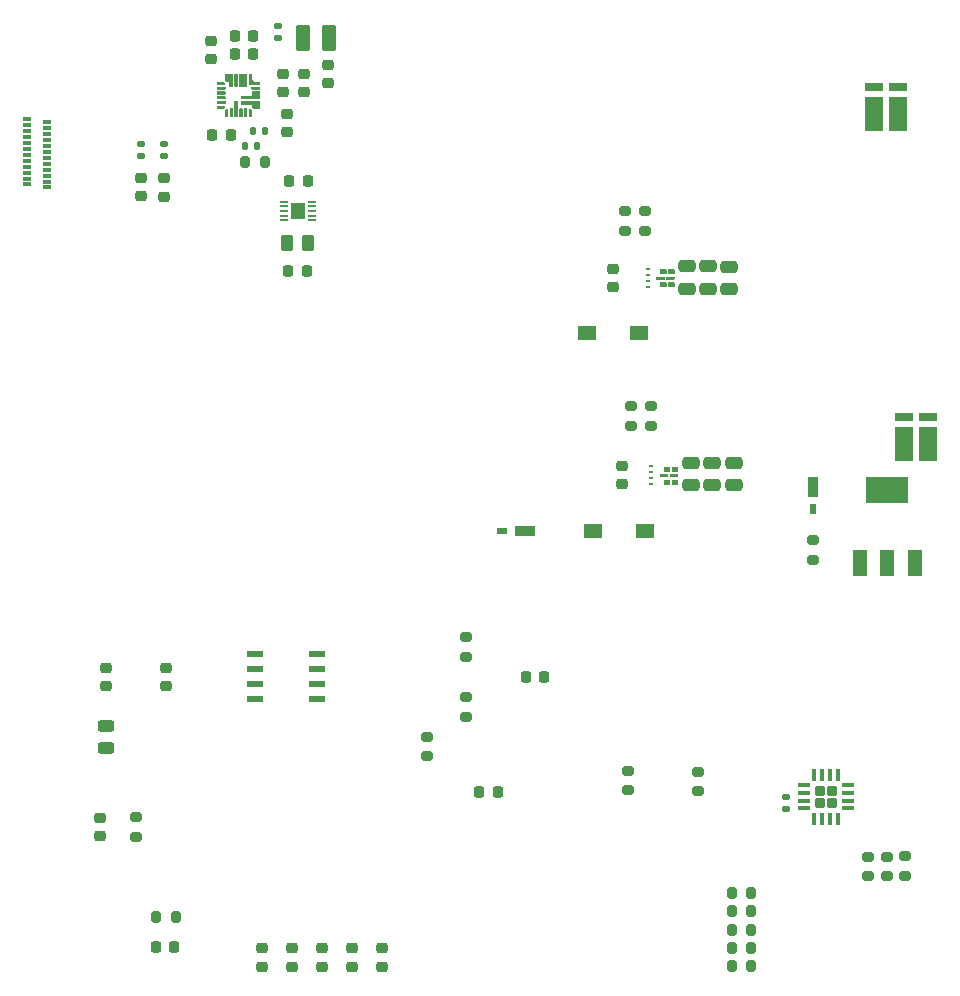
<source format=gtp>
G04 #@! TF.GenerationSoftware,KiCad,Pcbnew,(6.0.2)*
G04 #@! TF.CreationDate,2022-05-04T12:59:18-06:00*
G04 #@! TF.ProjectId,master_schematic,6d617374-6572-45f7-9363-68656d617469,rev?*
G04 #@! TF.SameCoordinates,Original*
G04 #@! TF.FileFunction,Paste,Top*
G04 #@! TF.FilePolarity,Positive*
%FSLAX46Y46*%
G04 Gerber Fmt 4.6, Leading zero omitted, Abs format (unit mm)*
G04 Created by KiCad (PCBNEW (6.0.2)) date 2022-05-04 12:59:18*
%MOMM*%
%LPD*%
G01*
G04 APERTURE LIST*
G04 Aperture macros list*
%AMRoundRect*
0 Rectangle with rounded corners*
0 $1 Rounding radius*
0 $2 $3 $4 $5 $6 $7 $8 $9 X,Y pos of 4 corners*
0 Add a 4 corners polygon primitive as box body*
4,1,4,$2,$3,$4,$5,$6,$7,$8,$9,$2,$3,0*
0 Add four circle primitives for the rounded corners*
1,1,$1+$1,$2,$3*
1,1,$1+$1,$4,$5*
1,1,$1+$1,$6,$7*
1,1,$1+$1,$8,$9*
0 Add four rect primitives between the rounded corners*
20,1,$1+$1,$2,$3,$4,$5,0*
20,1,$1+$1,$4,$5,$6,$7,0*
20,1,$1+$1,$6,$7,$8,$9,0*
20,1,$1+$1,$8,$9,$2,$3,0*%
G04 Aperture macros list end*
%ADD10C,0.100000*%
%ADD11C,0.010000*%
%ADD12R,1.755600X0.880000*%
%ADD13R,0.855600X0.600000*%
%ADD14RoundRect,0.135000X-0.135000X-0.185000X0.135000X-0.185000X0.135000X0.185000X-0.135000X0.185000X0*%
%ADD15RoundRect,0.225000X0.225000X0.250000X-0.225000X0.250000X-0.225000X-0.250000X0.225000X-0.250000X0*%
%ADD16R,0.700000X0.300000*%
%ADD17R,0.449999X0.249999*%
%ADD18RoundRect,0.225000X0.250000X-0.225000X0.250000X0.225000X-0.250000X0.225000X-0.250000X-0.225000X0*%
%ADD19RoundRect,0.200000X-0.275000X0.200000X-0.275000X-0.200000X0.275000X-0.200000X0.275000X0.200000X0*%
%ADD20RoundRect,0.200000X-0.200000X-0.275000X0.200000X-0.275000X0.200000X0.275000X-0.200000X0.275000X0*%
%ADD21RoundRect,0.218750X0.256250X-0.218750X0.256250X0.218750X-0.256250X0.218750X-0.256250X-0.218750X0*%
%ADD22RoundRect,0.225000X-0.250000X0.225000X-0.250000X-0.225000X0.250000X-0.225000X0.250000X0.225000X0*%
%ADD23R,1.498600X1.295400*%
%ADD24RoundRect,0.212500X-0.212500X-0.212500X0.212500X-0.212500X0.212500X0.212500X-0.212500X0.212500X0*%
%ADD25RoundRect,0.087500X-0.425000X-0.087500X0.425000X-0.087500X0.425000X0.087500X-0.425000X0.087500X0*%
%ADD26RoundRect,0.087500X-0.087500X-0.425000X0.087500X-0.425000X0.087500X0.425000X-0.087500X0.425000X0*%
%ADD27R,1.397000X0.558800*%
%ADD28RoundRect,0.225000X-0.225000X-0.250000X0.225000X-0.250000X0.225000X0.250000X-0.225000X0.250000X0*%
%ADD29RoundRect,0.250000X-0.475000X0.250000X-0.475000X-0.250000X0.475000X-0.250000X0.475000X0.250000X0*%
%ADD30RoundRect,0.135000X0.185000X-0.135000X0.185000X0.135000X-0.185000X0.135000X-0.185000X-0.135000X0*%
%ADD31RoundRect,0.200000X0.275000X-0.200000X0.275000X0.200000X-0.275000X0.200000X-0.275000X-0.200000X0*%
%ADD32RoundRect,0.218750X-0.256250X0.218750X-0.256250X-0.218750X0.256250X-0.218750X0.256250X0.218750X0*%
%ADD33RoundRect,0.250000X-0.262500X-0.450000X0.262500X-0.450000X0.262500X0.450000X-0.262500X0.450000X0*%
%ADD34R,0.711200X0.203200*%
%ADD35R,1.295400X1.397000*%
%ADD36R,0.880000X1.755600*%
%ADD37R,0.600000X0.855600*%
%ADD38RoundRect,0.140000X-0.170000X0.140000X-0.170000X-0.140000X0.170000X-0.140000X0.170000X0.140000X0*%
%ADD39RoundRect,0.135000X0.135000X0.185000X-0.135000X0.185000X-0.135000X-0.185000X0.135000X-0.185000X0*%
%ADD40R,1.498600X2.946400*%
%ADD41R,1.498600X0.711200*%
%ADD42RoundRect,0.140000X0.170000X-0.140000X0.170000X0.140000X-0.170000X0.140000X-0.170000X-0.140000X0*%
%ADD43R,1.219200X2.235200*%
%ADD44R,3.600000X2.200000*%
%ADD45RoundRect,0.250000X-0.375000X-0.850000X0.375000X-0.850000X0.375000X0.850000X-0.375000X0.850000X0*%
%ADD46RoundRect,0.243750X0.456250X-0.243750X0.456250X0.243750X-0.456250X0.243750X-0.456250X-0.243750X0*%
G04 APERTURE END LIST*
D10*
X101075000Y-99800000D02*
X101075000Y-99700000D01*
X101075000Y-99700000D02*
X101075963Y-99690246D01*
X101075963Y-99690246D02*
X101078808Y-99680866D01*
X101078808Y-99680866D02*
X101083428Y-99672223D01*
X101083428Y-99672223D02*
X101089646Y-99664646D01*
X101089646Y-99664646D02*
X101097223Y-99658428D01*
X101097223Y-99658428D02*
X101105866Y-99653805D01*
X101105866Y-99653805D02*
X101115246Y-99650960D01*
X101115246Y-99650960D02*
X101125000Y-99650000D01*
X101125000Y-99650000D02*
X101650000Y-99650000D01*
X101650000Y-99650000D02*
X101659756Y-99650960D01*
X101659756Y-99650960D02*
X101669137Y-99653805D01*
X101669137Y-99653805D02*
X101677780Y-99658428D01*
X101677780Y-99658428D02*
X101685357Y-99664646D01*
X101685357Y-99664646D02*
X101691575Y-99672223D01*
X101691575Y-99672223D02*
X101696195Y-99680866D01*
X101696195Y-99680866D02*
X101699040Y-99690246D01*
X101699040Y-99690246D02*
X101700000Y-99700000D01*
X101700000Y-99700000D02*
X101700000Y-99800000D01*
X101700000Y-99800000D02*
X101699040Y-99809754D01*
X101699040Y-99809754D02*
X101696195Y-99819134D01*
X101696195Y-99819134D02*
X101691575Y-99827777D01*
X101691575Y-99827777D02*
X101685357Y-99835354D01*
X101685357Y-99835354D02*
X101677780Y-99841572D01*
X101677780Y-99841572D02*
X101669137Y-99846195D01*
X101669137Y-99846195D02*
X101659756Y-99849040D01*
X101659756Y-99849040D02*
X101650000Y-99850000D01*
X101650000Y-99850000D02*
X101125000Y-99850000D01*
X101125000Y-99850000D02*
X101115246Y-99849040D01*
X101115246Y-99849040D02*
X101105866Y-99846195D01*
X101105866Y-99846195D02*
X101097223Y-99841572D01*
X101097223Y-99841572D02*
X101089646Y-99835354D01*
X101089646Y-99835354D02*
X101083428Y-99827777D01*
X101083428Y-99827777D02*
X101078808Y-99819134D01*
X101078808Y-99819134D02*
X101075963Y-99809754D01*
X101075963Y-99809754D02*
X101075000Y-99800000D01*
G36*
X101659756Y-99650960D02*
G01*
X101669137Y-99653805D01*
X101677780Y-99658428D01*
X101685357Y-99664646D01*
X101691575Y-99672223D01*
X101696195Y-99680866D01*
X101699040Y-99690246D01*
X101700000Y-99700000D01*
X101700000Y-99800000D01*
X101699040Y-99809754D01*
X101696195Y-99819134D01*
X101691575Y-99827777D01*
X101685357Y-99835354D01*
X101677780Y-99841572D01*
X101669137Y-99846195D01*
X101659756Y-99849040D01*
X101650000Y-99850000D01*
X101125000Y-99850000D01*
X101115246Y-99849040D01*
X101105866Y-99846195D01*
X101097223Y-99841572D01*
X101089646Y-99835354D01*
X101083428Y-99827777D01*
X101078808Y-99819134D01*
X101075963Y-99809754D01*
X101075000Y-99800000D01*
X101075000Y-99700000D01*
X101075963Y-99690246D01*
X101078808Y-99680866D01*
X101083428Y-99672223D01*
X101089646Y-99664646D01*
X101097223Y-99658428D01*
X101105866Y-99653805D01*
X101115246Y-99650960D01*
X101125000Y-99650000D01*
X101650000Y-99650000D01*
X101659756Y-99650960D01*
G37*
X101659756Y-99650960D02*
X101669137Y-99653805D01*
X101677780Y-99658428D01*
X101685357Y-99664646D01*
X101691575Y-99672223D01*
X101696195Y-99680866D01*
X101699040Y-99690246D01*
X101700000Y-99700000D01*
X101700000Y-99800000D01*
X101699040Y-99809754D01*
X101696195Y-99819134D01*
X101691575Y-99827777D01*
X101685357Y-99835354D01*
X101677780Y-99841572D01*
X101669137Y-99846195D01*
X101659756Y-99849040D01*
X101650000Y-99850000D01*
X101125000Y-99850000D01*
X101115246Y-99849040D01*
X101105866Y-99846195D01*
X101097223Y-99841572D01*
X101089646Y-99835354D01*
X101083428Y-99827777D01*
X101078808Y-99819134D01*
X101075963Y-99809754D01*
X101075000Y-99800000D01*
X101075000Y-99700000D01*
X101075963Y-99690246D01*
X101078808Y-99680866D01*
X101083428Y-99672223D01*
X101089646Y-99664646D01*
X101097223Y-99658428D01*
X101105866Y-99653805D01*
X101115246Y-99650960D01*
X101125000Y-99650000D01*
X101650000Y-99650000D01*
X101659756Y-99650960D01*
X101700000Y-100175750D02*
X101700000Y-100424248D01*
X101700000Y-100424248D02*
X101699025Y-100434149D01*
X101699025Y-100434149D02*
X101696137Y-100443669D01*
X101696137Y-100443669D02*
X101691448Y-100452445D01*
X101691448Y-100452445D02*
X101685136Y-100460133D01*
X101685136Y-100460133D02*
X101677445Y-100466445D01*
X101677445Y-100466445D02*
X101668672Y-100471136D01*
X101668672Y-100471136D02*
X101659152Y-100474024D01*
X101659152Y-100474024D02*
X101649251Y-100474997D01*
X101649251Y-100474997D02*
X101275749Y-100474997D01*
X101275749Y-100474997D02*
X101265848Y-100474024D01*
X101265848Y-100474024D02*
X101256328Y-100471136D01*
X101256328Y-100471136D02*
X101247555Y-100466445D01*
X101247555Y-100466445D02*
X101239864Y-100460133D01*
X101239864Y-100460133D02*
X101233552Y-100452445D01*
X101233552Y-100452445D02*
X101228863Y-100443669D01*
X101228863Y-100443669D02*
X101225975Y-100434149D01*
X101225975Y-100434149D02*
X101225000Y-100424248D01*
X101225000Y-100424248D02*
X101225000Y-100175750D01*
X101225000Y-100175750D02*
X101225975Y-100165849D01*
X101225975Y-100165849D02*
X101228863Y-100156329D01*
X101228863Y-100156329D02*
X101233552Y-100147553D01*
X101233552Y-100147553D02*
X101239864Y-100139865D01*
X101239864Y-100139865D02*
X101247555Y-100133553D01*
X101247555Y-100133553D02*
X101256328Y-100128861D01*
X101256328Y-100128861D02*
X101265848Y-100125973D01*
X101265848Y-100125973D02*
X101275749Y-100124998D01*
X101275749Y-100124998D02*
X101649251Y-100124998D01*
X101649251Y-100124998D02*
X101659152Y-100125973D01*
X101659152Y-100125973D02*
X101668672Y-100128861D01*
X101668672Y-100128861D02*
X101677445Y-100133553D01*
X101677445Y-100133553D02*
X101685136Y-100139865D01*
X101685136Y-100139865D02*
X101691448Y-100147553D01*
X101691448Y-100147553D02*
X101696137Y-100156329D01*
X101696137Y-100156329D02*
X101699025Y-100165849D01*
X101699025Y-100165849D02*
X101700000Y-100175750D01*
G36*
X101659152Y-100125973D02*
G01*
X101668672Y-100128861D01*
X101677445Y-100133553D01*
X101685136Y-100139865D01*
X101691448Y-100147553D01*
X101696137Y-100156329D01*
X101699025Y-100165849D01*
X101700000Y-100175750D01*
X101700000Y-100424248D01*
X101699025Y-100434149D01*
X101696137Y-100443669D01*
X101691448Y-100452445D01*
X101685136Y-100460133D01*
X101677445Y-100466445D01*
X101668672Y-100471136D01*
X101659152Y-100474024D01*
X101649251Y-100474997D01*
X101275749Y-100474997D01*
X101265848Y-100474024D01*
X101256328Y-100471136D01*
X101247555Y-100466445D01*
X101239864Y-100460133D01*
X101233552Y-100452445D01*
X101228863Y-100443669D01*
X101225975Y-100434149D01*
X101225000Y-100424248D01*
X101225000Y-100175750D01*
X101225975Y-100165849D01*
X101228863Y-100156329D01*
X101233552Y-100147553D01*
X101239864Y-100139865D01*
X101247555Y-100133553D01*
X101256328Y-100128861D01*
X101265848Y-100125973D01*
X101275749Y-100124998D01*
X101649251Y-100124998D01*
X101659152Y-100125973D01*
G37*
X101659152Y-100125973D02*
X101668672Y-100128861D01*
X101677445Y-100133553D01*
X101685136Y-100139865D01*
X101691448Y-100147553D01*
X101696137Y-100156329D01*
X101699025Y-100165849D01*
X101700000Y-100175750D01*
X101700000Y-100424248D01*
X101699025Y-100434149D01*
X101696137Y-100443669D01*
X101691448Y-100452445D01*
X101685136Y-100460133D01*
X101677445Y-100466445D01*
X101668672Y-100471136D01*
X101659152Y-100474024D01*
X101649251Y-100474997D01*
X101275749Y-100474997D01*
X101265848Y-100474024D01*
X101256328Y-100471136D01*
X101247555Y-100466445D01*
X101239864Y-100460133D01*
X101233552Y-100452445D01*
X101228863Y-100443669D01*
X101225975Y-100434149D01*
X101225000Y-100424248D01*
X101225000Y-100175750D01*
X101225975Y-100165849D01*
X101228863Y-100156329D01*
X101233552Y-100147553D01*
X101239864Y-100139865D01*
X101247555Y-100133553D01*
X101256328Y-100128861D01*
X101265848Y-100125973D01*
X101275749Y-100124998D01*
X101649251Y-100124998D01*
X101659152Y-100125973D01*
X101025000Y-100175750D02*
X101025000Y-100424248D01*
X101025000Y-100424248D02*
X101024025Y-100434149D01*
X101024025Y-100434149D02*
X101021137Y-100443669D01*
X101021137Y-100443669D02*
X101016448Y-100452445D01*
X101016448Y-100452445D02*
X101010136Y-100460133D01*
X101010136Y-100460133D02*
X101002445Y-100466445D01*
X101002445Y-100466445D02*
X100993672Y-100471136D01*
X100993672Y-100471136D02*
X100984152Y-100474024D01*
X100984152Y-100474024D02*
X100974251Y-100474997D01*
X100974251Y-100474997D02*
X100600749Y-100474997D01*
X100600749Y-100474997D02*
X100590848Y-100474024D01*
X100590848Y-100474024D02*
X100581328Y-100471136D01*
X100581328Y-100471136D02*
X100572555Y-100466445D01*
X100572555Y-100466445D02*
X100564864Y-100460133D01*
X100564864Y-100460133D02*
X100558552Y-100452445D01*
X100558552Y-100452445D02*
X100553863Y-100443669D01*
X100553863Y-100443669D02*
X100550975Y-100434149D01*
X100550975Y-100434149D02*
X100550000Y-100424248D01*
X100550000Y-100424248D02*
X100550000Y-100175750D01*
X100550000Y-100175750D02*
X100550975Y-100165849D01*
X100550975Y-100165849D02*
X100553863Y-100156329D01*
X100553863Y-100156329D02*
X100558552Y-100147553D01*
X100558552Y-100147553D02*
X100564864Y-100139865D01*
X100564864Y-100139865D02*
X100572555Y-100133553D01*
X100572555Y-100133553D02*
X100581328Y-100128861D01*
X100581328Y-100128861D02*
X100590848Y-100125973D01*
X100590848Y-100125973D02*
X100600749Y-100124998D01*
X100600749Y-100124998D02*
X100974251Y-100124998D01*
X100974251Y-100124998D02*
X100984152Y-100125973D01*
X100984152Y-100125973D02*
X100993672Y-100128861D01*
X100993672Y-100128861D02*
X101002445Y-100133553D01*
X101002445Y-100133553D02*
X101010136Y-100139865D01*
X101010136Y-100139865D02*
X101016448Y-100147553D01*
X101016448Y-100147553D02*
X101021137Y-100156329D01*
X101021137Y-100156329D02*
X101024025Y-100165849D01*
X101024025Y-100165849D02*
X101025000Y-100175750D01*
G36*
X100984152Y-100125973D02*
G01*
X100993672Y-100128861D01*
X101002445Y-100133553D01*
X101010136Y-100139865D01*
X101016448Y-100147553D01*
X101021137Y-100156329D01*
X101024025Y-100165849D01*
X101025000Y-100175750D01*
X101025000Y-100424248D01*
X101024025Y-100434149D01*
X101021137Y-100443669D01*
X101016448Y-100452445D01*
X101010136Y-100460133D01*
X101002445Y-100466445D01*
X100993672Y-100471136D01*
X100984152Y-100474024D01*
X100974251Y-100474997D01*
X100600749Y-100474997D01*
X100590848Y-100474024D01*
X100581328Y-100471136D01*
X100572555Y-100466445D01*
X100564864Y-100460133D01*
X100558552Y-100452445D01*
X100553863Y-100443669D01*
X100550975Y-100434149D01*
X100550000Y-100424248D01*
X100550000Y-100175750D01*
X100550975Y-100165849D01*
X100553863Y-100156329D01*
X100558552Y-100147553D01*
X100564864Y-100139865D01*
X100572555Y-100133553D01*
X100581328Y-100128861D01*
X100590848Y-100125973D01*
X100600749Y-100124998D01*
X100974251Y-100124998D01*
X100984152Y-100125973D01*
G37*
X100984152Y-100125973D02*
X100993672Y-100128861D01*
X101002445Y-100133553D01*
X101010136Y-100139865D01*
X101016448Y-100147553D01*
X101021137Y-100156329D01*
X101024025Y-100165849D01*
X101025000Y-100175750D01*
X101025000Y-100424248D01*
X101024025Y-100434149D01*
X101021137Y-100443669D01*
X101016448Y-100452445D01*
X101010136Y-100460133D01*
X101002445Y-100466445D01*
X100993672Y-100471136D01*
X100984152Y-100474024D01*
X100974251Y-100474997D01*
X100600749Y-100474997D01*
X100590848Y-100474024D01*
X100581328Y-100471136D01*
X100572555Y-100466445D01*
X100564864Y-100460133D01*
X100558552Y-100452445D01*
X100553863Y-100443669D01*
X100550975Y-100434149D01*
X100550000Y-100424248D01*
X100550000Y-100175750D01*
X100550975Y-100165849D01*
X100553863Y-100156329D01*
X100558552Y-100147553D01*
X100564864Y-100139865D01*
X100572555Y-100133553D01*
X100581328Y-100128861D01*
X100590848Y-100125973D01*
X100600749Y-100124998D01*
X100974251Y-100124998D01*
X100984152Y-100125973D01*
X101025000Y-99075752D02*
X101025000Y-99324250D01*
X101025000Y-99324250D02*
X101024025Y-99334151D01*
X101024025Y-99334151D02*
X101021137Y-99343671D01*
X101021137Y-99343671D02*
X101016448Y-99352447D01*
X101016448Y-99352447D02*
X101010136Y-99360135D01*
X101010136Y-99360135D02*
X101002445Y-99366447D01*
X101002445Y-99366447D02*
X100993672Y-99371139D01*
X100993672Y-99371139D02*
X100984152Y-99374027D01*
X100984152Y-99374027D02*
X100974251Y-99375002D01*
X100974251Y-99375002D02*
X100600749Y-99375002D01*
X100600749Y-99375002D02*
X100590848Y-99374027D01*
X100590848Y-99374027D02*
X100581328Y-99371139D01*
X100581328Y-99371139D02*
X100572555Y-99366447D01*
X100572555Y-99366447D02*
X100564864Y-99360135D01*
X100564864Y-99360135D02*
X100558552Y-99352447D01*
X100558552Y-99352447D02*
X100553863Y-99343671D01*
X100553863Y-99343671D02*
X100550975Y-99334151D01*
X100550975Y-99334151D02*
X100550000Y-99324250D01*
X100550000Y-99324250D02*
X100550000Y-99075752D01*
X100550000Y-99075752D02*
X100550975Y-99065851D01*
X100550975Y-99065851D02*
X100553863Y-99056331D01*
X100553863Y-99056331D02*
X100558552Y-99047555D01*
X100558552Y-99047555D02*
X100564864Y-99039867D01*
X100564864Y-99039867D02*
X100572555Y-99033555D01*
X100572555Y-99033555D02*
X100581328Y-99028864D01*
X100581328Y-99028864D02*
X100590848Y-99025976D01*
X100590848Y-99025976D02*
X100600749Y-99025003D01*
X100600749Y-99025003D02*
X100974251Y-99025003D01*
X100974251Y-99025003D02*
X100984152Y-99025976D01*
X100984152Y-99025976D02*
X100993672Y-99028864D01*
X100993672Y-99028864D02*
X101002445Y-99033555D01*
X101002445Y-99033555D02*
X101010136Y-99039867D01*
X101010136Y-99039867D02*
X101016448Y-99047555D01*
X101016448Y-99047555D02*
X101021137Y-99056331D01*
X101021137Y-99056331D02*
X101024025Y-99065851D01*
X101024025Y-99065851D02*
X101025000Y-99075752D01*
G36*
X100984152Y-99025976D02*
G01*
X100993672Y-99028864D01*
X101002445Y-99033555D01*
X101010136Y-99039867D01*
X101016448Y-99047555D01*
X101021137Y-99056331D01*
X101024025Y-99065851D01*
X101025000Y-99075752D01*
X101025000Y-99324250D01*
X101024025Y-99334151D01*
X101021137Y-99343671D01*
X101016448Y-99352447D01*
X101010136Y-99360135D01*
X101002445Y-99366447D01*
X100993672Y-99371139D01*
X100984152Y-99374027D01*
X100974251Y-99375002D01*
X100600749Y-99375002D01*
X100590848Y-99374027D01*
X100581328Y-99371139D01*
X100572555Y-99366447D01*
X100564864Y-99360135D01*
X100558552Y-99352447D01*
X100553863Y-99343671D01*
X100550975Y-99334151D01*
X100550000Y-99324250D01*
X100550000Y-99075752D01*
X100550975Y-99065851D01*
X100553863Y-99056331D01*
X100558552Y-99047555D01*
X100564864Y-99039867D01*
X100572555Y-99033555D01*
X100581328Y-99028864D01*
X100590848Y-99025976D01*
X100600749Y-99025003D01*
X100974251Y-99025003D01*
X100984152Y-99025976D01*
G37*
X100984152Y-99025976D02*
X100993672Y-99028864D01*
X101002445Y-99033555D01*
X101010136Y-99039867D01*
X101016448Y-99047555D01*
X101021137Y-99056331D01*
X101024025Y-99065851D01*
X101025000Y-99075752D01*
X101025000Y-99324250D01*
X101024025Y-99334151D01*
X101021137Y-99343671D01*
X101016448Y-99352447D01*
X101010136Y-99360135D01*
X101002445Y-99366447D01*
X100993672Y-99371139D01*
X100984152Y-99374027D01*
X100974251Y-99375002D01*
X100600749Y-99375002D01*
X100590848Y-99374027D01*
X100581328Y-99371139D01*
X100572555Y-99366447D01*
X100564864Y-99360135D01*
X100558552Y-99352447D01*
X100553863Y-99343671D01*
X100550975Y-99334151D01*
X100550000Y-99324250D01*
X100550000Y-99075752D01*
X100550975Y-99065851D01*
X100553863Y-99056331D01*
X100558552Y-99047555D01*
X100564864Y-99039867D01*
X100572555Y-99033555D01*
X100581328Y-99028864D01*
X100590848Y-99025976D01*
X100600749Y-99025003D01*
X100974251Y-99025003D01*
X100984152Y-99025976D01*
X101700000Y-99075752D02*
X101700000Y-99324250D01*
X101700000Y-99324250D02*
X101699025Y-99334151D01*
X101699025Y-99334151D02*
X101696137Y-99343671D01*
X101696137Y-99343671D02*
X101691448Y-99352447D01*
X101691448Y-99352447D02*
X101685136Y-99360135D01*
X101685136Y-99360135D02*
X101677445Y-99366447D01*
X101677445Y-99366447D02*
X101668672Y-99371139D01*
X101668672Y-99371139D02*
X101659152Y-99374027D01*
X101659152Y-99374027D02*
X101649251Y-99375002D01*
X101649251Y-99375002D02*
X101275749Y-99375002D01*
X101275749Y-99375002D02*
X101265848Y-99374027D01*
X101265848Y-99374027D02*
X101256328Y-99371139D01*
X101256328Y-99371139D02*
X101247555Y-99366447D01*
X101247555Y-99366447D02*
X101239864Y-99360135D01*
X101239864Y-99360135D02*
X101233552Y-99352447D01*
X101233552Y-99352447D02*
X101228863Y-99343671D01*
X101228863Y-99343671D02*
X101225975Y-99334151D01*
X101225975Y-99334151D02*
X101225000Y-99324250D01*
X101225000Y-99324250D02*
X101225000Y-99075752D01*
X101225000Y-99075752D02*
X101225975Y-99065851D01*
X101225975Y-99065851D02*
X101228863Y-99056331D01*
X101228863Y-99056331D02*
X101233552Y-99047555D01*
X101233552Y-99047555D02*
X101239864Y-99039867D01*
X101239864Y-99039867D02*
X101247555Y-99033555D01*
X101247555Y-99033555D02*
X101256328Y-99028864D01*
X101256328Y-99028864D02*
X101265848Y-99025976D01*
X101265848Y-99025976D02*
X101275749Y-99025003D01*
X101275749Y-99025003D02*
X101649251Y-99025003D01*
X101649251Y-99025003D02*
X101659152Y-99025976D01*
X101659152Y-99025976D02*
X101668672Y-99028864D01*
X101668672Y-99028864D02*
X101677445Y-99033555D01*
X101677445Y-99033555D02*
X101685136Y-99039867D01*
X101685136Y-99039867D02*
X101691448Y-99047555D01*
X101691448Y-99047555D02*
X101696137Y-99056331D01*
X101696137Y-99056331D02*
X101699025Y-99065851D01*
X101699025Y-99065851D02*
X101700000Y-99075752D01*
G36*
X101659152Y-99025976D02*
G01*
X101668672Y-99028864D01*
X101677445Y-99033555D01*
X101685136Y-99039867D01*
X101691448Y-99047555D01*
X101696137Y-99056331D01*
X101699025Y-99065851D01*
X101700000Y-99075752D01*
X101700000Y-99324250D01*
X101699025Y-99334151D01*
X101696137Y-99343671D01*
X101691448Y-99352447D01*
X101685136Y-99360135D01*
X101677445Y-99366447D01*
X101668672Y-99371139D01*
X101659152Y-99374027D01*
X101649251Y-99375002D01*
X101275749Y-99375002D01*
X101265848Y-99374027D01*
X101256328Y-99371139D01*
X101247555Y-99366447D01*
X101239864Y-99360135D01*
X101233552Y-99352447D01*
X101228863Y-99343671D01*
X101225975Y-99334151D01*
X101225000Y-99324250D01*
X101225000Y-99075752D01*
X101225975Y-99065851D01*
X101228863Y-99056331D01*
X101233552Y-99047555D01*
X101239864Y-99039867D01*
X101247555Y-99033555D01*
X101256328Y-99028864D01*
X101265848Y-99025976D01*
X101275749Y-99025003D01*
X101649251Y-99025003D01*
X101659152Y-99025976D01*
G37*
X101659152Y-99025976D02*
X101668672Y-99028864D01*
X101677445Y-99033555D01*
X101685136Y-99039867D01*
X101691448Y-99047555D01*
X101696137Y-99056331D01*
X101699025Y-99065851D01*
X101700000Y-99075752D01*
X101700000Y-99324250D01*
X101699025Y-99334151D01*
X101696137Y-99343671D01*
X101691448Y-99352447D01*
X101685136Y-99360135D01*
X101677445Y-99366447D01*
X101668672Y-99371139D01*
X101659152Y-99374027D01*
X101649251Y-99375002D01*
X101275749Y-99375002D01*
X101265848Y-99374027D01*
X101256328Y-99371139D01*
X101247555Y-99366447D01*
X101239864Y-99360135D01*
X101233552Y-99352447D01*
X101228863Y-99343671D01*
X101225975Y-99334151D01*
X101225000Y-99324250D01*
X101225000Y-99075752D01*
X101225975Y-99065851D01*
X101228863Y-99056331D01*
X101233552Y-99047555D01*
X101239864Y-99039867D01*
X101247555Y-99033555D01*
X101256328Y-99028864D01*
X101265848Y-99025976D01*
X101275749Y-99025003D01*
X101649251Y-99025003D01*
X101659152Y-99025976D01*
X100874998Y-99700000D02*
X100874998Y-99800000D01*
X100874998Y-99800000D02*
X100874038Y-99809754D01*
X100874038Y-99809754D02*
X100871193Y-99819134D01*
X100871193Y-99819134D02*
X100866573Y-99827777D01*
X100866573Y-99827777D02*
X100860355Y-99835354D01*
X100860355Y-99835354D02*
X100852778Y-99841572D01*
X100852778Y-99841572D02*
X100844134Y-99846195D01*
X100844134Y-99846195D02*
X100834754Y-99849040D01*
X100834754Y-99849040D02*
X100824998Y-99850000D01*
X100824998Y-99850000D02*
X100299998Y-99850000D01*
X100299998Y-99850000D02*
X100290244Y-99849040D01*
X100290244Y-99849040D02*
X100280864Y-99846195D01*
X100280864Y-99846195D02*
X100272220Y-99841572D01*
X100272220Y-99841572D02*
X100264644Y-99835354D01*
X100264644Y-99835354D02*
X100258426Y-99827777D01*
X100258426Y-99827777D02*
X100253805Y-99819134D01*
X100253805Y-99819134D02*
X100250961Y-99809754D01*
X100250961Y-99809754D02*
X100249998Y-99800000D01*
X100249998Y-99800000D02*
X100249998Y-99700000D01*
X100249998Y-99700000D02*
X100250961Y-99690246D01*
X100250961Y-99690246D02*
X100253805Y-99680866D01*
X100253805Y-99680866D02*
X100258426Y-99672223D01*
X100258426Y-99672223D02*
X100264644Y-99664646D01*
X100264644Y-99664646D02*
X100272220Y-99658428D01*
X100272220Y-99658428D02*
X100280864Y-99653805D01*
X100280864Y-99653805D02*
X100290244Y-99650960D01*
X100290244Y-99650960D02*
X100299998Y-99650000D01*
X100299998Y-99650000D02*
X100824998Y-99650000D01*
X100824998Y-99650000D02*
X100834754Y-99650960D01*
X100834754Y-99650960D02*
X100844134Y-99653805D01*
X100844134Y-99653805D02*
X100852778Y-99658428D01*
X100852778Y-99658428D02*
X100860355Y-99664646D01*
X100860355Y-99664646D02*
X100866573Y-99672223D01*
X100866573Y-99672223D02*
X100871193Y-99680866D01*
X100871193Y-99680866D02*
X100874038Y-99690246D01*
X100874038Y-99690246D02*
X100874998Y-99700000D01*
G36*
X100834754Y-99650960D02*
G01*
X100844134Y-99653805D01*
X100852778Y-99658428D01*
X100860355Y-99664646D01*
X100866573Y-99672223D01*
X100871193Y-99680866D01*
X100874038Y-99690246D01*
X100874998Y-99700000D01*
X100874998Y-99800000D01*
X100874038Y-99809754D01*
X100871193Y-99819134D01*
X100866573Y-99827777D01*
X100860355Y-99835354D01*
X100852778Y-99841572D01*
X100844134Y-99846195D01*
X100834754Y-99849040D01*
X100824998Y-99850000D01*
X100299998Y-99850000D01*
X100290244Y-99849040D01*
X100280864Y-99846195D01*
X100272220Y-99841572D01*
X100264644Y-99835354D01*
X100258426Y-99827777D01*
X100253805Y-99819134D01*
X100250961Y-99809754D01*
X100249998Y-99800000D01*
X100249998Y-99700000D01*
X100250961Y-99690246D01*
X100253805Y-99680866D01*
X100258426Y-99672223D01*
X100264644Y-99664646D01*
X100272220Y-99658428D01*
X100280864Y-99653805D01*
X100290244Y-99650960D01*
X100299998Y-99650000D01*
X100824998Y-99650000D01*
X100834754Y-99650960D01*
G37*
X100834754Y-99650960D02*
X100844134Y-99653805D01*
X100852778Y-99658428D01*
X100860355Y-99664646D01*
X100866573Y-99672223D01*
X100871193Y-99680866D01*
X100874038Y-99690246D01*
X100874998Y-99700000D01*
X100874998Y-99800000D01*
X100874038Y-99809754D01*
X100871193Y-99819134D01*
X100866573Y-99827777D01*
X100860355Y-99835354D01*
X100852778Y-99841572D01*
X100844134Y-99846195D01*
X100834754Y-99849040D01*
X100824998Y-99850000D01*
X100299998Y-99850000D01*
X100290244Y-99849040D01*
X100280864Y-99846195D01*
X100272220Y-99841572D01*
X100264644Y-99835354D01*
X100258426Y-99827777D01*
X100253805Y-99819134D01*
X100250961Y-99809754D01*
X100249998Y-99800000D01*
X100249998Y-99700000D01*
X100250961Y-99690246D01*
X100253805Y-99680866D01*
X100258426Y-99672223D01*
X100264644Y-99664646D01*
X100272220Y-99658428D01*
X100280864Y-99653805D01*
X100290244Y-99650960D01*
X100299998Y-99650000D01*
X100824998Y-99650000D01*
X100834754Y-99650960D01*
D11*
X62716000Y-66664000D02*
X63341000Y-66664000D01*
X63341000Y-66664000D02*
X63341000Y-66576000D01*
X63341000Y-66576000D02*
X63229000Y-66464000D01*
X63229000Y-66464000D02*
X62716000Y-66464000D01*
X62716000Y-66464000D02*
X62716000Y-66664000D01*
G36*
X63341000Y-66576000D02*
G01*
X63341000Y-66664000D01*
X62716000Y-66664000D01*
X62716000Y-66464000D01*
X63229000Y-66464000D01*
X63341000Y-66576000D01*
G37*
X63341000Y-66576000D02*
X63341000Y-66664000D01*
X62716000Y-66664000D01*
X62716000Y-66464000D01*
X63229000Y-66464000D01*
X63341000Y-66576000D01*
X64416000Y-65764000D02*
X64416000Y-66739000D01*
X64416000Y-66739000D02*
X64416000Y-66744000D01*
X64416000Y-66744000D02*
X64415000Y-66749000D01*
X64415000Y-66749000D02*
X64415000Y-66755000D01*
X64415000Y-66755000D02*
X64414000Y-66760000D01*
X64414000Y-66760000D02*
X64413000Y-66765000D01*
X64413000Y-66765000D02*
X64411000Y-66770000D01*
X64411000Y-66770000D02*
X64409000Y-66775000D01*
X64409000Y-66775000D02*
X64407000Y-66780000D01*
X64407000Y-66780000D02*
X64405000Y-66784000D01*
X64405000Y-66784000D02*
X64403000Y-66789000D01*
X64403000Y-66789000D02*
X64400000Y-66793000D01*
X64400000Y-66793000D02*
X64397000Y-66798000D01*
X64397000Y-66798000D02*
X64394000Y-66802000D01*
X64394000Y-66802000D02*
X64390000Y-66806000D01*
X64390000Y-66806000D02*
X64387000Y-66810000D01*
X64387000Y-66810000D02*
X64383000Y-66813000D01*
X64383000Y-66813000D02*
X64379000Y-66817000D01*
X64379000Y-66817000D02*
X64375000Y-66820000D01*
X64375000Y-66820000D02*
X64370000Y-66823000D01*
X64370000Y-66823000D02*
X64366000Y-66826000D01*
X64366000Y-66826000D02*
X64361000Y-66828000D01*
X64361000Y-66828000D02*
X64357000Y-66830000D01*
X64357000Y-66830000D02*
X64352000Y-66832000D01*
X64352000Y-66832000D02*
X64347000Y-66834000D01*
X64347000Y-66834000D02*
X64342000Y-66836000D01*
X64342000Y-66836000D02*
X64337000Y-66837000D01*
X64337000Y-66837000D02*
X64332000Y-66838000D01*
X64332000Y-66838000D02*
X64326000Y-66838000D01*
X64326000Y-66838000D02*
X64321000Y-66839000D01*
X64321000Y-66839000D02*
X64316000Y-66839000D01*
X64316000Y-66839000D02*
X64311000Y-66839000D01*
X64311000Y-66839000D02*
X64306000Y-66838000D01*
X64306000Y-66838000D02*
X64300000Y-66838000D01*
X64300000Y-66838000D02*
X64295000Y-66837000D01*
X64295000Y-66837000D02*
X64290000Y-66836000D01*
X64290000Y-66836000D02*
X64285000Y-66834000D01*
X64285000Y-66834000D02*
X64280000Y-66832000D01*
X64280000Y-66832000D02*
X64275000Y-66830000D01*
X64275000Y-66830000D02*
X64271000Y-66828000D01*
X64271000Y-66828000D02*
X64266000Y-66826000D01*
X64266000Y-66826000D02*
X64262000Y-66823000D01*
X64262000Y-66823000D02*
X64257000Y-66820000D01*
X64257000Y-66820000D02*
X64253000Y-66817000D01*
X64253000Y-66817000D02*
X64249000Y-66813000D01*
X64249000Y-66813000D02*
X64245000Y-66810000D01*
X64245000Y-66810000D02*
X64242000Y-66806000D01*
X64242000Y-66806000D02*
X64238000Y-66802000D01*
X64238000Y-66802000D02*
X64235000Y-66798000D01*
X64235000Y-66798000D02*
X64232000Y-66793000D01*
X64232000Y-66793000D02*
X64229000Y-66789000D01*
X64229000Y-66789000D02*
X64227000Y-66784000D01*
X64227000Y-66784000D02*
X64225000Y-66780000D01*
X64225000Y-66780000D02*
X64223000Y-66775000D01*
X64223000Y-66775000D02*
X64221000Y-66770000D01*
X64221000Y-66770000D02*
X64219000Y-66765000D01*
X64219000Y-66765000D02*
X64218000Y-66760000D01*
X64218000Y-66760000D02*
X64217000Y-66755000D01*
X64217000Y-66755000D02*
X64217000Y-66749000D01*
X64217000Y-66749000D02*
X64216000Y-66744000D01*
X64216000Y-66744000D02*
X64216000Y-66739000D01*
X64216000Y-66739000D02*
X64216000Y-65764000D01*
X64216000Y-65764000D02*
X64416000Y-65764000D01*
X64416000Y-65764000D02*
X64416000Y-65764000D01*
G36*
X64416000Y-66744000D02*
G01*
X64415000Y-66749000D01*
X64415000Y-66755000D01*
X64413000Y-66765000D01*
X64407000Y-66780000D01*
X64405000Y-66784000D01*
X64403000Y-66789000D01*
X64400000Y-66793000D01*
X64397000Y-66798000D01*
X64394000Y-66802000D01*
X64390000Y-66806000D01*
X64387000Y-66810000D01*
X64383000Y-66813000D01*
X64379000Y-66817000D01*
X64375000Y-66820000D01*
X64370000Y-66823000D01*
X64366000Y-66826000D01*
X64361000Y-66828000D01*
X64357000Y-66830000D01*
X64342000Y-66836000D01*
X64332000Y-66838000D01*
X64326000Y-66838000D01*
X64321000Y-66839000D01*
X64311000Y-66839000D01*
X64306000Y-66838000D01*
X64300000Y-66838000D01*
X64290000Y-66836000D01*
X64275000Y-66830000D01*
X64271000Y-66828000D01*
X64266000Y-66826000D01*
X64262000Y-66823000D01*
X64257000Y-66820000D01*
X64253000Y-66817000D01*
X64249000Y-66813000D01*
X64245000Y-66810000D01*
X64242000Y-66806000D01*
X64238000Y-66802000D01*
X64235000Y-66798000D01*
X64232000Y-66793000D01*
X64229000Y-66789000D01*
X64227000Y-66784000D01*
X64225000Y-66780000D01*
X64219000Y-66765000D01*
X64217000Y-66755000D01*
X64217000Y-66749000D01*
X64216000Y-66744000D01*
X64216000Y-65764000D01*
X64416000Y-65764000D01*
X64416000Y-66744000D01*
G37*
X64416000Y-66744000D02*
X64415000Y-66749000D01*
X64415000Y-66755000D01*
X64413000Y-66765000D01*
X64407000Y-66780000D01*
X64405000Y-66784000D01*
X64403000Y-66789000D01*
X64400000Y-66793000D01*
X64397000Y-66798000D01*
X64394000Y-66802000D01*
X64390000Y-66806000D01*
X64387000Y-66810000D01*
X64383000Y-66813000D01*
X64379000Y-66817000D01*
X64375000Y-66820000D01*
X64370000Y-66823000D01*
X64366000Y-66826000D01*
X64361000Y-66828000D01*
X64357000Y-66830000D01*
X64342000Y-66836000D01*
X64332000Y-66838000D01*
X64326000Y-66838000D01*
X64321000Y-66839000D01*
X64311000Y-66839000D01*
X64306000Y-66838000D01*
X64300000Y-66838000D01*
X64290000Y-66836000D01*
X64275000Y-66830000D01*
X64271000Y-66828000D01*
X64266000Y-66826000D01*
X64262000Y-66823000D01*
X64257000Y-66820000D01*
X64253000Y-66817000D01*
X64249000Y-66813000D01*
X64245000Y-66810000D01*
X64242000Y-66806000D01*
X64238000Y-66802000D01*
X64235000Y-66798000D01*
X64232000Y-66793000D01*
X64229000Y-66789000D01*
X64227000Y-66784000D01*
X64225000Y-66780000D01*
X64219000Y-66765000D01*
X64217000Y-66755000D01*
X64217000Y-66749000D01*
X64216000Y-66744000D01*
X64216000Y-65764000D01*
X64416000Y-65764000D01*
X64416000Y-66744000D01*
X66316000Y-68664000D02*
X65828000Y-68664000D01*
X65828000Y-68664000D02*
X65666000Y-68502000D01*
X65666000Y-68502000D02*
X65666000Y-68314000D01*
X65666000Y-68314000D02*
X64841000Y-68314000D01*
X64841000Y-68314000D02*
X64836000Y-68314000D01*
X64836000Y-68314000D02*
X64831000Y-68313000D01*
X64831000Y-68313000D02*
X64825000Y-68313000D01*
X64825000Y-68313000D02*
X64820000Y-68312000D01*
X64820000Y-68312000D02*
X64815000Y-68311000D01*
X64815000Y-68311000D02*
X64810000Y-68309000D01*
X64810000Y-68309000D02*
X64805000Y-68307000D01*
X64805000Y-68307000D02*
X64800000Y-68305000D01*
X64800000Y-68305000D02*
X64796000Y-68303000D01*
X64796000Y-68303000D02*
X64791000Y-68301000D01*
X64791000Y-68301000D02*
X64787000Y-68298000D01*
X64787000Y-68298000D02*
X64782000Y-68295000D01*
X64782000Y-68295000D02*
X64778000Y-68292000D01*
X64778000Y-68292000D02*
X64774000Y-68288000D01*
X64774000Y-68288000D02*
X64770000Y-68285000D01*
X64770000Y-68285000D02*
X64767000Y-68281000D01*
X64767000Y-68281000D02*
X64763000Y-68277000D01*
X64763000Y-68277000D02*
X64760000Y-68273000D01*
X64760000Y-68273000D02*
X64757000Y-68268000D01*
X64757000Y-68268000D02*
X64754000Y-68264000D01*
X64754000Y-68264000D02*
X64752000Y-68259000D01*
X64752000Y-68259000D02*
X64750000Y-68255000D01*
X64750000Y-68255000D02*
X64748000Y-68250000D01*
X64748000Y-68250000D02*
X64746000Y-68245000D01*
X64746000Y-68245000D02*
X64744000Y-68240000D01*
X64744000Y-68240000D02*
X64743000Y-68235000D01*
X64743000Y-68235000D02*
X64742000Y-68230000D01*
X64742000Y-68230000D02*
X64742000Y-68224000D01*
X64742000Y-68224000D02*
X64741000Y-68219000D01*
X64741000Y-68219000D02*
X64741000Y-68214000D01*
X64741000Y-68214000D02*
X64741000Y-68164000D01*
X64741000Y-68164000D02*
X64741000Y-68159000D01*
X64741000Y-68159000D02*
X64742000Y-68154000D01*
X64742000Y-68154000D02*
X64742000Y-68148000D01*
X64742000Y-68148000D02*
X64743000Y-68143000D01*
X64743000Y-68143000D02*
X64744000Y-68138000D01*
X64744000Y-68138000D02*
X64746000Y-68133000D01*
X64746000Y-68133000D02*
X64748000Y-68128000D01*
X64748000Y-68128000D02*
X64750000Y-68123000D01*
X64750000Y-68123000D02*
X64752000Y-68119000D01*
X64752000Y-68119000D02*
X64754000Y-68114000D01*
X64754000Y-68114000D02*
X64757000Y-68110000D01*
X64757000Y-68110000D02*
X64760000Y-68105000D01*
X64760000Y-68105000D02*
X64763000Y-68101000D01*
X64763000Y-68101000D02*
X64767000Y-68097000D01*
X64767000Y-68097000D02*
X64770000Y-68093000D01*
X64770000Y-68093000D02*
X64774000Y-68090000D01*
X64774000Y-68090000D02*
X64778000Y-68086000D01*
X64778000Y-68086000D02*
X64782000Y-68083000D01*
X64782000Y-68083000D02*
X64787000Y-68080000D01*
X64787000Y-68080000D02*
X64791000Y-68077000D01*
X64791000Y-68077000D02*
X64796000Y-68075000D01*
X64796000Y-68075000D02*
X64800000Y-68073000D01*
X64800000Y-68073000D02*
X64805000Y-68071000D01*
X64805000Y-68071000D02*
X64810000Y-68069000D01*
X64810000Y-68069000D02*
X64815000Y-68067000D01*
X64815000Y-68067000D02*
X64820000Y-68066000D01*
X64820000Y-68066000D02*
X64825000Y-68065000D01*
X64825000Y-68065000D02*
X64831000Y-68065000D01*
X64831000Y-68065000D02*
X64836000Y-68064000D01*
X64836000Y-68064000D02*
X64841000Y-68064000D01*
X64841000Y-68064000D02*
X66316000Y-68064000D01*
X66316000Y-68064000D02*
X66316000Y-68664000D01*
X66316000Y-68664000D02*
X66316000Y-68664000D01*
G36*
X66316000Y-68664000D02*
G01*
X65828000Y-68664000D01*
X65666000Y-68502000D01*
X65666000Y-68314000D01*
X64836000Y-68314000D01*
X64831000Y-68313000D01*
X64825000Y-68313000D01*
X64815000Y-68311000D01*
X64800000Y-68305000D01*
X64796000Y-68303000D01*
X64791000Y-68301000D01*
X64787000Y-68298000D01*
X64782000Y-68295000D01*
X64778000Y-68292000D01*
X64774000Y-68288000D01*
X64770000Y-68285000D01*
X64767000Y-68281000D01*
X64763000Y-68277000D01*
X64760000Y-68273000D01*
X64757000Y-68268000D01*
X64754000Y-68264000D01*
X64752000Y-68259000D01*
X64750000Y-68255000D01*
X64744000Y-68240000D01*
X64742000Y-68230000D01*
X64742000Y-68224000D01*
X64741000Y-68219000D01*
X64741000Y-68159000D01*
X64742000Y-68154000D01*
X64742000Y-68148000D01*
X64744000Y-68138000D01*
X64750000Y-68123000D01*
X64752000Y-68119000D01*
X64754000Y-68114000D01*
X64757000Y-68110000D01*
X64760000Y-68105000D01*
X64763000Y-68101000D01*
X64767000Y-68097000D01*
X64770000Y-68093000D01*
X64774000Y-68090000D01*
X64778000Y-68086000D01*
X64782000Y-68083000D01*
X64787000Y-68080000D01*
X64791000Y-68077000D01*
X64796000Y-68075000D01*
X64800000Y-68073000D01*
X64815000Y-68067000D01*
X64825000Y-68065000D01*
X64831000Y-68065000D01*
X64836000Y-68064000D01*
X66316000Y-68064000D01*
X66316000Y-68664000D01*
G37*
X66316000Y-68664000D02*
X65828000Y-68664000D01*
X65666000Y-68502000D01*
X65666000Y-68314000D01*
X64836000Y-68314000D01*
X64831000Y-68313000D01*
X64825000Y-68313000D01*
X64815000Y-68311000D01*
X64800000Y-68305000D01*
X64796000Y-68303000D01*
X64791000Y-68301000D01*
X64787000Y-68298000D01*
X64782000Y-68295000D01*
X64778000Y-68292000D01*
X64774000Y-68288000D01*
X64770000Y-68285000D01*
X64767000Y-68281000D01*
X64763000Y-68277000D01*
X64760000Y-68273000D01*
X64757000Y-68268000D01*
X64754000Y-68264000D01*
X64752000Y-68259000D01*
X64750000Y-68255000D01*
X64744000Y-68240000D01*
X64742000Y-68230000D01*
X64742000Y-68224000D01*
X64741000Y-68219000D01*
X64741000Y-68159000D01*
X64742000Y-68154000D01*
X64742000Y-68148000D01*
X64744000Y-68138000D01*
X64750000Y-68123000D01*
X64752000Y-68119000D01*
X64754000Y-68114000D01*
X64757000Y-68110000D01*
X64760000Y-68105000D01*
X64763000Y-68101000D01*
X64767000Y-68097000D01*
X64770000Y-68093000D01*
X64774000Y-68090000D01*
X64778000Y-68086000D01*
X64782000Y-68083000D01*
X64787000Y-68080000D01*
X64791000Y-68077000D01*
X64796000Y-68075000D01*
X64800000Y-68073000D01*
X64815000Y-68067000D01*
X64825000Y-68065000D01*
X64831000Y-68065000D01*
X64836000Y-68064000D01*
X66316000Y-68064000D01*
X66316000Y-68664000D01*
X63616000Y-69364000D02*
X63616000Y-68739000D01*
X63616000Y-68739000D02*
X63528000Y-68739000D01*
X63528000Y-68739000D02*
X63416000Y-68851000D01*
X63416000Y-68851000D02*
X63416000Y-69364000D01*
X63416000Y-69364000D02*
X63616000Y-69364000D01*
G36*
X63616000Y-69364000D02*
G01*
X63416000Y-69364000D01*
X63416000Y-68851000D01*
X63528000Y-68739000D01*
X63616000Y-68739000D01*
X63616000Y-69364000D01*
G37*
X63616000Y-69364000D02*
X63416000Y-69364000D01*
X63416000Y-68851000D01*
X63528000Y-68739000D01*
X63616000Y-68739000D01*
X63616000Y-69364000D01*
X65016000Y-69364000D02*
X65016000Y-68789000D01*
X65016000Y-68789000D02*
X65016000Y-68784000D01*
X65016000Y-68784000D02*
X65017000Y-68779000D01*
X65017000Y-68779000D02*
X65017000Y-68773000D01*
X65017000Y-68773000D02*
X65018000Y-68768000D01*
X65018000Y-68768000D02*
X65019000Y-68763000D01*
X65019000Y-68763000D02*
X65021000Y-68758000D01*
X65021000Y-68758000D02*
X65023000Y-68753000D01*
X65023000Y-68753000D02*
X65025000Y-68748000D01*
X65025000Y-68748000D02*
X65027000Y-68744000D01*
X65027000Y-68744000D02*
X65029000Y-68739000D01*
X65029000Y-68739000D02*
X65032000Y-68735000D01*
X65032000Y-68735000D02*
X65035000Y-68730000D01*
X65035000Y-68730000D02*
X65038000Y-68726000D01*
X65038000Y-68726000D02*
X65042000Y-68722000D01*
X65042000Y-68722000D02*
X65045000Y-68718000D01*
X65045000Y-68718000D02*
X65049000Y-68715000D01*
X65049000Y-68715000D02*
X65053000Y-68711000D01*
X65053000Y-68711000D02*
X65057000Y-68708000D01*
X65057000Y-68708000D02*
X65062000Y-68705000D01*
X65062000Y-68705000D02*
X65066000Y-68702000D01*
X65066000Y-68702000D02*
X65071000Y-68700000D01*
X65071000Y-68700000D02*
X65075000Y-68698000D01*
X65075000Y-68698000D02*
X65080000Y-68696000D01*
X65080000Y-68696000D02*
X65085000Y-68694000D01*
X65085000Y-68694000D02*
X65090000Y-68692000D01*
X65090000Y-68692000D02*
X65095000Y-68691000D01*
X65095000Y-68691000D02*
X65100000Y-68690000D01*
X65100000Y-68690000D02*
X65106000Y-68690000D01*
X65106000Y-68690000D02*
X65111000Y-68689000D01*
X65111000Y-68689000D02*
X65116000Y-68689000D01*
X65116000Y-68689000D02*
X65121000Y-68689000D01*
X65121000Y-68689000D02*
X65126000Y-68690000D01*
X65126000Y-68690000D02*
X65132000Y-68690000D01*
X65132000Y-68690000D02*
X65137000Y-68691000D01*
X65137000Y-68691000D02*
X65142000Y-68692000D01*
X65142000Y-68692000D02*
X65147000Y-68694000D01*
X65147000Y-68694000D02*
X65152000Y-68696000D01*
X65152000Y-68696000D02*
X65157000Y-68698000D01*
X65157000Y-68698000D02*
X65161000Y-68700000D01*
X65161000Y-68700000D02*
X65166000Y-68702000D01*
X65166000Y-68702000D02*
X65170000Y-68705000D01*
X65170000Y-68705000D02*
X65175000Y-68708000D01*
X65175000Y-68708000D02*
X65179000Y-68711000D01*
X65179000Y-68711000D02*
X65183000Y-68715000D01*
X65183000Y-68715000D02*
X65187000Y-68718000D01*
X65187000Y-68718000D02*
X65190000Y-68722000D01*
X65190000Y-68722000D02*
X65194000Y-68726000D01*
X65194000Y-68726000D02*
X65197000Y-68730000D01*
X65197000Y-68730000D02*
X65200000Y-68735000D01*
X65200000Y-68735000D02*
X65203000Y-68739000D01*
X65203000Y-68739000D02*
X65205000Y-68744000D01*
X65205000Y-68744000D02*
X65207000Y-68748000D01*
X65207000Y-68748000D02*
X65209000Y-68753000D01*
X65209000Y-68753000D02*
X65211000Y-68758000D01*
X65211000Y-68758000D02*
X65213000Y-68763000D01*
X65213000Y-68763000D02*
X65214000Y-68768000D01*
X65214000Y-68768000D02*
X65215000Y-68773000D01*
X65215000Y-68773000D02*
X65215000Y-68779000D01*
X65215000Y-68779000D02*
X65216000Y-68784000D01*
X65216000Y-68784000D02*
X65216000Y-68789000D01*
X65216000Y-68789000D02*
X65216000Y-69364000D01*
X65216000Y-69364000D02*
X65016000Y-69364000D01*
X65016000Y-69364000D02*
X65016000Y-69364000D01*
G36*
X65126000Y-68690000D02*
G01*
X65132000Y-68690000D01*
X65142000Y-68692000D01*
X65157000Y-68698000D01*
X65161000Y-68700000D01*
X65166000Y-68702000D01*
X65170000Y-68705000D01*
X65175000Y-68708000D01*
X65179000Y-68711000D01*
X65183000Y-68715000D01*
X65187000Y-68718000D01*
X65190000Y-68722000D01*
X65194000Y-68726000D01*
X65197000Y-68730000D01*
X65200000Y-68735000D01*
X65203000Y-68739000D01*
X65205000Y-68744000D01*
X65207000Y-68748000D01*
X65213000Y-68763000D01*
X65215000Y-68773000D01*
X65215000Y-68779000D01*
X65216000Y-68784000D01*
X65216000Y-69364000D01*
X65016000Y-69364000D01*
X65016000Y-68784000D01*
X65017000Y-68779000D01*
X65017000Y-68773000D01*
X65019000Y-68763000D01*
X65025000Y-68748000D01*
X65027000Y-68744000D01*
X65029000Y-68739000D01*
X65032000Y-68735000D01*
X65035000Y-68730000D01*
X65038000Y-68726000D01*
X65042000Y-68722000D01*
X65045000Y-68718000D01*
X65049000Y-68715000D01*
X65053000Y-68711000D01*
X65057000Y-68708000D01*
X65062000Y-68705000D01*
X65066000Y-68702000D01*
X65071000Y-68700000D01*
X65075000Y-68698000D01*
X65090000Y-68692000D01*
X65100000Y-68690000D01*
X65106000Y-68690000D01*
X65111000Y-68689000D01*
X65121000Y-68689000D01*
X65126000Y-68690000D01*
G37*
X65126000Y-68690000D02*
X65132000Y-68690000D01*
X65142000Y-68692000D01*
X65157000Y-68698000D01*
X65161000Y-68700000D01*
X65166000Y-68702000D01*
X65170000Y-68705000D01*
X65175000Y-68708000D01*
X65179000Y-68711000D01*
X65183000Y-68715000D01*
X65187000Y-68718000D01*
X65190000Y-68722000D01*
X65194000Y-68726000D01*
X65197000Y-68730000D01*
X65200000Y-68735000D01*
X65203000Y-68739000D01*
X65205000Y-68744000D01*
X65207000Y-68748000D01*
X65213000Y-68763000D01*
X65215000Y-68773000D01*
X65215000Y-68779000D01*
X65216000Y-68784000D01*
X65216000Y-69364000D01*
X65016000Y-69364000D01*
X65016000Y-68784000D01*
X65017000Y-68779000D01*
X65017000Y-68773000D01*
X65019000Y-68763000D01*
X65025000Y-68748000D01*
X65027000Y-68744000D01*
X65029000Y-68739000D01*
X65032000Y-68735000D01*
X65035000Y-68730000D01*
X65038000Y-68726000D01*
X65042000Y-68722000D01*
X65045000Y-68718000D01*
X65049000Y-68715000D01*
X65053000Y-68711000D01*
X65057000Y-68708000D01*
X65062000Y-68705000D01*
X65066000Y-68702000D01*
X65071000Y-68700000D01*
X65075000Y-68698000D01*
X65090000Y-68692000D01*
X65100000Y-68690000D01*
X65106000Y-68690000D01*
X65111000Y-68689000D01*
X65121000Y-68689000D01*
X65126000Y-68690000D01*
X62716000Y-67264000D02*
X63291000Y-67264000D01*
X63291000Y-67264000D02*
X63296000Y-67264000D01*
X63296000Y-67264000D02*
X63301000Y-67265000D01*
X63301000Y-67265000D02*
X63307000Y-67265000D01*
X63307000Y-67265000D02*
X63312000Y-67266000D01*
X63312000Y-67266000D02*
X63317000Y-67267000D01*
X63317000Y-67267000D02*
X63322000Y-67269000D01*
X63322000Y-67269000D02*
X63327000Y-67271000D01*
X63327000Y-67271000D02*
X63332000Y-67273000D01*
X63332000Y-67273000D02*
X63336000Y-67275000D01*
X63336000Y-67275000D02*
X63341000Y-67277000D01*
X63341000Y-67277000D02*
X63345000Y-67280000D01*
X63345000Y-67280000D02*
X63350000Y-67283000D01*
X63350000Y-67283000D02*
X63354000Y-67286000D01*
X63354000Y-67286000D02*
X63358000Y-67290000D01*
X63358000Y-67290000D02*
X63362000Y-67293000D01*
X63362000Y-67293000D02*
X63365000Y-67297000D01*
X63365000Y-67297000D02*
X63369000Y-67301000D01*
X63369000Y-67301000D02*
X63372000Y-67305000D01*
X63372000Y-67305000D02*
X63375000Y-67310000D01*
X63375000Y-67310000D02*
X63378000Y-67314000D01*
X63378000Y-67314000D02*
X63380000Y-67319000D01*
X63380000Y-67319000D02*
X63382000Y-67323000D01*
X63382000Y-67323000D02*
X63384000Y-67328000D01*
X63384000Y-67328000D02*
X63386000Y-67333000D01*
X63386000Y-67333000D02*
X63388000Y-67338000D01*
X63388000Y-67338000D02*
X63389000Y-67343000D01*
X63389000Y-67343000D02*
X63390000Y-67348000D01*
X63390000Y-67348000D02*
X63390000Y-67354000D01*
X63390000Y-67354000D02*
X63391000Y-67359000D01*
X63391000Y-67359000D02*
X63391000Y-67364000D01*
X63391000Y-67364000D02*
X63391000Y-67369000D01*
X63391000Y-67369000D02*
X63390000Y-67374000D01*
X63390000Y-67374000D02*
X63390000Y-67380000D01*
X63390000Y-67380000D02*
X63389000Y-67385000D01*
X63389000Y-67385000D02*
X63388000Y-67390000D01*
X63388000Y-67390000D02*
X63386000Y-67395000D01*
X63386000Y-67395000D02*
X63384000Y-67400000D01*
X63384000Y-67400000D02*
X63382000Y-67405000D01*
X63382000Y-67405000D02*
X63380000Y-67409000D01*
X63380000Y-67409000D02*
X63378000Y-67414000D01*
X63378000Y-67414000D02*
X63375000Y-67418000D01*
X63375000Y-67418000D02*
X63372000Y-67423000D01*
X63372000Y-67423000D02*
X63369000Y-67427000D01*
X63369000Y-67427000D02*
X63365000Y-67431000D01*
X63365000Y-67431000D02*
X63362000Y-67435000D01*
X63362000Y-67435000D02*
X63358000Y-67438000D01*
X63358000Y-67438000D02*
X63354000Y-67442000D01*
X63354000Y-67442000D02*
X63350000Y-67445000D01*
X63350000Y-67445000D02*
X63345000Y-67448000D01*
X63345000Y-67448000D02*
X63341000Y-67451000D01*
X63341000Y-67451000D02*
X63336000Y-67453000D01*
X63336000Y-67453000D02*
X63332000Y-67455000D01*
X63332000Y-67455000D02*
X63327000Y-67457000D01*
X63327000Y-67457000D02*
X63322000Y-67459000D01*
X63322000Y-67459000D02*
X63317000Y-67461000D01*
X63317000Y-67461000D02*
X63312000Y-67462000D01*
X63312000Y-67462000D02*
X63307000Y-67463000D01*
X63307000Y-67463000D02*
X63301000Y-67463000D01*
X63301000Y-67463000D02*
X63296000Y-67464000D01*
X63296000Y-67464000D02*
X63291000Y-67464000D01*
X63291000Y-67464000D02*
X62716000Y-67464000D01*
X62716000Y-67464000D02*
X62716000Y-67264000D01*
X62716000Y-67264000D02*
X62716000Y-67264000D01*
G36*
X63301000Y-67265000D02*
G01*
X63307000Y-67265000D01*
X63317000Y-67267000D01*
X63332000Y-67273000D01*
X63336000Y-67275000D01*
X63341000Y-67277000D01*
X63345000Y-67280000D01*
X63350000Y-67283000D01*
X63354000Y-67286000D01*
X63358000Y-67290000D01*
X63362000Y-67293000D01*
X63365000Y-67297000D01*
X63369000Y-67301000D01*
X63372000Y-67305000D01*
X63375000Y-67310000D01*
X63378000Y-67314000D01*
X63380000Y-67319000D01*
X63382000Y-67323000D01*
X63388000Y-67338000D01*
X63390000Y-67348000D01*
X63390000Y-67354000D01*
X63391000Y-67359000D01*
X63391000Y-67369000D01*
X63390000Y-67374000D01*
X63390000Y-67380000D01*
X63388000Y-67390000D01*
X63382000Y-67405000D01*
X63380000Y-67409000D01*
X63378000Y-67414000D01*
X63375000Y-67418000D01*
X63372000Y-67423000D01*
X63369000Y-67427000D01*
X63365000Y-67431000D01*
X63362000Y-67435000D01*
X63358000Y-67438000D01*
X63354000Y-67442000D01*
X63350000Y-67445000D01*
X63345000Y-67448000D01*
X63341000Y-67451000D01*
X63336000Y-67453000D01*
X63332000Y-67455000D01*
X63317000Y-67461000D01*
X63307000Y-67463000D01*
X63301000Y-67463000D01*
X63296000Y-67464000D01*
X62716000Y-67464000D01*
X62716000Y-67264000D01*
X63296000Y-67264000D01*
X63301000Y-67265000D01*
G37*
X63301000Y-67265000D02*
X63307000Y-67265000D01*
X63317000Y-67267000D01*
X63332000Y-67273000D01*
X63336000Y-67275000D01*
X63341000Y-67277000D01*
X63345000Y-67280000D01*
X63350000Y-67283000D01*
X63354000Y-67286000D01*
X63358000Y-67290000D01*
X63362000Y-67293000D01*
X63365000Y-67297000D01*
X63369000Y-67301000D01*
X63372000Y-67305000D01*
X63375000Y-67310000D01*
X63378000Y-67314000D01*
X63380000Y-67319000D01*
X63382000Y-67323000D01*
X63388000Y-67338000D01*
X63390000Y-67348000D01*
X63390000Y-67354000D01*
X63391000Y-67359000D01*
X63391000Y-67369000D01*
X63390000Y-67374000D01*
X63390000Y-67380000D01*
X63388000Y-67390000D01*
X63382000Y-67405000D01*
X63380000Y-67409000D01*
X63378000Y-67414000D01*
X63375000Y-67418000D01*
X63372000Y-67423000D01*
X63369000Y-67427000D01*
X63365000Y-67431000D01*
X63362000Y-67435000D01*
X63358000Y-67438000D01*
X63354000Y-67442000D01*
X63350000Y-67445000D01*
X63345000Y-67448000D01*
X63341000Y-67451000D01*
X63336000Y-67453000D01*
X63332000Y-67455000D01*
X63317000Y-67461000D01*
X63307000Y-67463000D01*
X63301000Y-67463000D01*
X63296000Y-67464000D01*
X62716000Y-67464000D01*
X62716000Y-67264000D01*
X63296000Y-67264000D01*
X63301000Y-67265000D01*
X62716000Y-66864000D02*
X63291000Y-66864000D01*
X63291000Y-66864000D02*
X63296000Y-66864000D01*
X63296000Y-66864000D02*
X63301000Y-66865000D01*
X63301000Y-66865000D02*
X63307000Y-66865000D01*
X63307000Y-66865000D02*
X63312000Y-66866000D01*
X63312000Y-66866000D02*
X63317000Y-66867000D01*
X63317000Y-66867000D02*
X63322000Y-66869000D01*
X63322000Y-66869000D02*
X63327000Y-66871000D01*
X63327000Y-66871000D02*
X63332000Y-66873000D01*
X63332000Y-66873000D02*
X63336000Y-66875000D01*
X63336000Y-66875000D02*
X63341000Y-66877000D01*
X63341000Y-66877000D02*
X63345000Y-66880000D01*
X63345000Y-66880000D02*
X63350000Y-66883000D01*
X63350000Y-66883000D02*
X63354000Y-66886000D01*
X63354000Y-66886000D02*
X63358000Y-66890000D01*
X63358000Y-66890000D02*
X63362000Y-66893000D01*
X63362000Y-66893000D02*
X63365000Y-66897000D01*
X63365000Y-66897000D02*
X63369000Y-66901000D01*
X63369000Y-66901000D02*
X63372000Y-66905000D01*
X63372000Y-66905000D02*
X63375000Y-66910000D01*
X63375000Y-66910000D02*
X63378000Y-66914000D01*
X63378000Y-66914000D02*
X63380000Y-66919000D01*
X63380000Y-66919000D02*
X63382000Y-66923000D01*
X63382000Y-66923000D02*
X63384000Y-66928000D01*
X63384000Y-66928000D02*
X63386000Y-66933000D01*
X63386000Y-66933000D02*
X63388000Y-66938000D01*
X63388000Y-66938000D02*
X63389000Y-66943000D01*
X63389000Y-66943000D02*
X63390000Y-66948000D01*
X63390000Y-66948000D02*
X63390000Y-66954000D01*
X63390000Y-66954000D02*
X63391000Y-66959000D01*
X63391000Y-66959000D02*
X63391000Y-66964000D01*
X63391000Y-66964000D02*
X63391000Y-66969000D01*
X63391000Y-66969000D02*
X63390000Y-66974000D01*
X63390000Y-66974000D02*
X63390000Y-66980000D01*
X63390000Y-66980000D02*
X63389000Y-66985000D01*
X63389000Y-66985000D02*
X63388000Y-66990000D01*
X63388000Y-66990000D02*
X63386000Y-66995000D01*
X63386000Y-66995000D02*
X63384000Y-67000000D01*
X63384000Y-67000000D02*
X63382000Y-67005000D01*
X63382000Y-67005000D02*
X63380000Y-67009000D01*
X63380000Y-67009000D02*
X63378000Y-67014000D01*
X63378000Y-67014000D02*
X63375000Y-67018000D01*
X63375000Y-67018000D02*
X63372000Y-67023000D01*
X63372000Y-67023000D02*
X63369000Y-67027000D01*
X63369000Y-67027000D02*
X63365000Y-67031000D01*
X63365000Y-67031000D02*
X63362000Y-67035000D01*
X63362000Y-67035000D02*
X63358000Y-67038000D01*
X63358000Y-67038000D02*
X63354000Y-67042000D01*
X63354000Y-67042000D02*
X63350000Y-67045000D01*
X63350000Y-67045000D02*
X63345000Y-67048000D01*
X63345000Y-67048000D02*
X63341000Y-67051000D01*
X63341000Y-67051000D02*
X63336000Y-67053000D01*
X63336000Y-67053000D02*
X63332000Y-67055000D01*
X63332000Y-67055000D02*
X63327000Y-67057000D01*
X63327000Y-67057000D02*
X63322000Y-67059000D01*
X63322000Y-67059000D02*
X63317000Y-67061000D01*
X63317000Y-67061000D02*
X63312000Y-67062000D01*
X63312000Y-67062000D02*
X63307000Y-67063000D01*
X63307000Y-67063000D02*
X63301000Y-67063000D01*
X63301000Y-67063000D02*
X63296000Y-67064000D01*
X63296000Y-67064000D02*
X63291000Y-67064000D01*
X63291000Y-67064000D02*
X62716000Y-67064000D01*
X62716000Y-67064000D02*
X62716000Y-66864000D01*
X62716000Y-66864000D02*
X62716000Y-66864000D01*
G36*
X63301000Y-66865000D02*
G01*
X63307000Y-66865000D01*
X63317000Y-66867000D01*
X63332000Y-66873000D01*
X63336000Y-66875000D01*
X63341000Y-66877000D01*
X63345000Y-66880000D01*
X63350000Y-66883000D01*
X63354000Y-66886000D01*
X63358000Y-66890000D01*
X63362000Y-66893000D01*
X63365000Y-66897000D01*
X63369000Y-66901000D01*
X63372000Y-66905000D01*
X63375000Y-66910000D01*
X63378000Y-66914000D01*
X63380000Y-66919000D01*
X63382000Y-66923000D01*
X63388000Y-66938000D01*
X63390000Y-66948000D01*
X63390000Y-66954000D01*
X63391000Y-66959000D01*
X63391000Y-66969000D01*
X63390000Y-66974000D01*
X63390000Y-66980000D01*
X63388000Y-66990000D01*
X63382000Y-67005000D01*
X63380000Y-67009000D01*
X63378000Y-67014000D01*
X63375000Y-67018000D01*
X63372000Y-67023000D01*
X63369000Y-67027000D01*
X63365000Y-67031000D01*
X63362000Y-67035000D01*
X63358000Y-67038000D01*
X63354000Y-67042000D01*
X63350000Y-67045000D01*
X63345000Y-67048000D01*
X63341000Y-67051000D01*
X63336000Y-67053000D01*
X63332000Y-67055000D01*
X63317000Y-67061000D01*
X63307000Y-67063000D01*
X63301000Y-67063000D01*
X63296000Y-67064000D01*
X62716000Y-67064000D01*
X62716000Y-66864000D01*
X63296000Y-66864000D01*
X63301000Y-66865000D01*
G37*
X63301000Y-66865000D02*
X63307000Y-66865000D01*
X63317000Y-66867000D01*
X63332000Y-66873000D01*
X63336000Y-66875000D01*
X63341000Y-66877000D01*
X63345000Y-66880000D01*
X63350000Y-66883000D01*
X63354000Y-66886000D01*
X63358000Y-66890000D01*
X63362000Y-66893000D01*
X63365000Y-66897000D01*
X63369000Y-66901000D01*
X63372000Y-66905000D01*
X63375000Y-66910000D01*
X63378000Y-66914000D01*
X63380000Y-66919000D01*
X63382000Y-66923000D01*
X63388000Y-66938000D01*
X63390000Y-66948000D01*
X63390000Y-66954000D01*
X63391000Y-66959000D01*
X63391000Y-66969000D01*
X63390000Y-66974000D01*
X63390000Y-66980000D01*
X63388000Y-66990000D01*
X63382000Y-67005000D01*
X63380000Y-67009000D01*
X63378000Y-67014000D01*
X63375000Y-67018000D01*
X63372000Y-67023000D01*
X63369000Y-67027000D01*
X63365000Y-67031000D01*
X63362000Y-67035000D01*
X63358000Y-67038000D01*
X63354000Y-67042000D01*
X63350000Y-67045000D01*
X63345000Y-67048000D01*
X63341000Y-67051000D01*
X63336000Y-67053000D01*
X63332000Y-67055000D01*
X63317000Y-67061000D01*
X63307000Y-67063000D01*
X63301000Y-67063000D01*
X63296000Y-67064000D01*
X62716000Y-67064000D01*
X62716000Y-66864000D01*
X63296000Y-66864000D01*
X63301000Y-66865000D01*
X64616000Y-69364000D02*
X64616000Y-68789000D01*
X64616000Y-68789000D02*
X64616000Y-68784000D01*
X64616000Y-68784000D02*
X64617000Y-68779000D01*
X64617000Y-68779000D02*
X64617000Y-68773000D01*
X64617000Y-68773000D02*
X64618000Y-68768000D01*
X64618000Y-68768000D02*
X64619000Y-68763000D01*
X64619000Y-68763000D02*
X64621000Y-68758000D01*
X64621000Y-68758000D02*
X64623000Y-68753000D01*
X64623000Y-68753000D02*
X64625000Y-68748000D01*
X64625000Y-68748000D02*
X64627000Y-68744000D01*
X64627000Y-68744000D02*
X64629000Y-68739000D01*
X64629000Y-68739000D02*
X64632000Y-68735000D01*
X64632000Y-68735000D02*
X64635000Y-68730000D01*
X64635000Y-68730000D02*
X64638000Y-68726000D01*
X64638000Y-68726000D02*
X64642000Y-68722000D01*
X64642000Y-68722000D02*
X64645000Y-68718000D01*
X64645000Y-68718000D02*
X64649000Y-68715000D01*
X64649000Y-68715000D02*
X64653000Y-68711000D01*
X64653000Y-68711000D02*
X64657000Y-68708000D01*
X64657000Y-68708000D02*
X64662000Y-68705000D01*
X64662000Y-68705000D02*
X64666000Y-68702000D01*
X64666000Y-68702000D02*
X64671000Y-68700000D01*
X64671000Y-68700000D02*
X64675000Y-68698000D01*
X64675000Y-68698000D02*
X64680000Y-68696000D01*
X64680000Y-68696000D02*
X64685000Y-68694000D01*
X64685000Y-68694000D02*
X64690000Y-68692000D01*
X64690000Y-68692000D02*
X64695000Y-68691000D01*
X64695000Y-68691000D02*
X64700000Y-68690000D01*
X64700000Y-68690000D02*
X64706000Y-68690000D01*
X64706000Y-68690000D02*
X64711000Y-68689000D01*
X64711000Y-68689000D02*
X64716000Y-68689000D01*
X64716000Y-68689000D02*
X64721000Y-68689000D01*
X64721000Y-68689000D02*
X64726000Y-68690000D01*
X64726000Y-68690000D02*
X64732000Y-68690000D01*
X64732000Y-68690000D02*
X64737000Y-68691000D01*
X64737000Y-68691000D02*
X64742000Y-68692000D01*
X64742000Y-68692000D02*
X64747000Y-68694000D01*
X64747000Y-68694000D02*
X64752000Y-68696000D01*
X64752000Y-68696000D02*
X64757000Y-68698000D01*
X64757000Y-68698000D02*
X64761000Y-68700000D01*
X64761000Y-68700000D02*
X64766000Y-68702000D01*
X64766000Y-68702000D02*
X64770000Y-68705000D01*
X64770000Y-68705000D02*
X64775000Y-68708000D01*
X64775000Y-68708000D02*
X64779000Y-68711000D01*
X64779000Y-68711000D02*
X64783000Y-68715000D01*
X64783000Y-68715000D02*
X64787000Y-68718000D01*
X64787000Y-68718000D02*
X64790000Y-68722000D01*
X64790000Y-68722000D02*
X64794000Y-68726000D01*
X64794000Y-68726000D02*
X64797000Y-68730000D01*
X64797000Y-68730000D02*
X64800000Y-68735000D01*
X64800000Y-68735000D02*
X64803000Y-68739000D01*
X64803000Y-68739000D02*
X64805000Y-68744000D01*
X64805000Y-68744000D02*
X64807000Y-68748000D01*
X64807000Y-68748000D02*
X64809000Y-68753000D01*
X64809000Y-68753000D02*
X64811000Y-68758000D01*
X64811000Y-68758000D02*
X64813000Y-68763000D01*
X64813000Y-68763000D02*
X64814000Y-68768000D01*
X64814000Y-68768000D02*
X64815000Y-68773000D01*
X64815000Y-68773000D02*
X64815000Y-68779000D01*
X64815000Y-68779000D02*
X64816000Y-68784000D01*
X64816000Y-68784000D02*
X64816000Y-68789000D01*
X64816000Y-68789000D02*
X64816000Y-69364000D01*
X64816000Y-69364000D02*
X64616000Y-69364000D01*
X64616000Y-69364000D02*
X64616000Y-69364000D01*
G36*
X64726000Y-68690000D02*
G01*
X64732000Y-68690000D01*
X64742000Y-68692000D01*
X64757000Y-68698000D01*
X64761000Y-68700000D01*
X64766000Y-68702000D01*
X64770000Y-68705000D01*
X64775000Y-68708000D01*
X64779000Y-68711000D01*
X64783000Y-68715000D01*
X64787000Y-68718000D01*
X64790000Y-68722000D01*
X64794000Y-68726000D01*
X64797000Y-68730000D01*
X64800000Y-68735000D01*
X64803000Y-68739000D01*
X64805000Y-68744000D01*
X64807000Y-68748000D01*
X64813000Y-68763000D01*
X64815000Y-68773000D01*
X64815000Y-68779000D01*
X64816000Y-68784000D01*
X64816000Y-69364000D01*
X64616000Y-69364000D01*
X64616000Y-68784000D01*
X64617000Y-68779000D01*
X64617000Y-68773000D01*
X64619000Y-68763000D01*
X64625000Y-68748000D01*
X64627000Y-68744000D01*
X64629000Y-68739000D01*
X64632000Y-68735000D01*
X64635000Y-68730000D01*
X64638000Y-68726000D01*
X64642000Y-68722000D01*
X64645000Y-68718000D01*
X64649000Y-68715000D01*
X64653000Y-68711000D01*
X64657000Y-68708000D01*
X64662000Y-68705000D01*
X64666000Y-68702000D01*
X64671000Y-68700000D01*
X64675000Y-68698000D01*
X64690000Y-68692000D01*
X64700000Y-68690000D01*
X64706000Y-68690000D01*
X64711000Y-68689000D01*
X64721000Y-68689000D01*
X64726000Y-68690000D01*
G37*
X64726000Y-68690000D02*
X64732000Y-68690000D01*
X64742000Y-68692000D01*
X64757000Y-68698000D01*
X64761000Y-68700000D01*
X64766000Y-68702000D01*
X64770000Y-68705000D01*
X64775000Y-68708000D01*
X64779000Y-68711000D01*
X64783000Y-68715000D01*
X64787000Y-68718000D01*
X64790000Y-68722000D01*
X64794000Y-68726000D01*
X64797000Y-68730000D01*
X64800000Y-68735000D01*
X64803000Y-68739000D01*
X64805000Y-68744000D01*
X64807000Y-68748000D01*
X64813000Y-68763000D01*
X64815000Y-68773000D01*
X64815000Y-68779000D01*
X64816000Y-68784000D01*
X64816000Y-69364000D01*
X64616000Y-69364000D01*
X64616000Y-68784000D01*
X64617000Y-68779000D01*
X64617000Y-68773000D01*
X64619000Y-68763000D01*
X64625000Y-68748000D01*
X64627000Y-68744000D01*
X64629000Y-68739000D01*
X64632000Y-68735000D01*
X64635000Y-68730000D01*
X64638000Y-68726000D01*
X64642000Y-68722000D01*
X64645000Y-68718000D01*
X64649000Y-68715000D01*
X64653000Y-68711000D01*
X64657000Y-68708000D01*
X64662000Y-68705000D01*
X64666000Y-68702000D01*
X64671000Y-68700000D01*
X64675000Y-68698000D01*
X64690000Y-68692000D01*
X64700000Y-68690000D01*
X64706000Y-68690000D01*
X64711000Y-68689000D01*
X64721000Y-68689000D01*
X64726000Y-68690000D01*
X63816000Y-69364000D02*
X63816000Y-68789000D01*
X63816000Y-68789000D02*
X63816000Y-68784000D01*
X63816000Y-68784000D02*
X63817000Y-68779000D01*
X63817000Y-68779000D02*
X63817000Y-68773000D01*
X63817000Y-68773000D02*
X63818000Y-68768000D01*
X63818000Y-68768000D02*
X63819000Y-68763000D01*
X63819000Y-68763000D02*
X63821000Y-68758000D01*
X63821000Y-68758000D02*
X63823000Y-68753000D01*
X63823000Y-68753000D02*
X63825000Y-68748000D01*
X63825000Y-68748000D02*
X63827000Y-68744000D01*
X63827000Y-68744000D02*
X63829000Y-68739000D01*
X63829000Y-68739000D02*
X63832000Y-68735000D01*
X63832000Y-68735000D02*
X63835000Y-68730000D01*
X63835000Y-68730000D02*
X63838000Y-68726000D01*
X63838000Y-68726000D02*
X63842000Y-68722000D01*
X63842000Y-68722000D02*
X63845000Y-68718000D01*
X63845000Y-68718000D02*
X63849000Y-68715000D01*
X63849000Y-68715000D02*
X63853000Y-68711000D01*
X63853000Y-68711000D02*
X63857000Y-68708000D01*
X63857000Y-68708000D02*
X63862000Y-68705000D01*
X63862000Y-68705000D02*
X63866000Y-68702000D01*
X63866000Y-68702000D02*
X63871000Y-68700000D01*
X63871000Y-68700000D02*
X63875000Y-68698000D01*
X63875000Y-68698000D02*
X63880000Y-68696000D01*
X63880000Y-68696000D02*
X63885000Y-68694000D01*
X63885000Y-68694000D02*
X63890000Y-68692000D01*
X63890000Y-68692000D02*
X63895000Y-68691000D01*
X63895000Y-68691000D02*
X63900000Y-68690000D01*
X63900000Y-68690000D02*
X63906000Y-68690000D01*
X63906000Y-68690000D02*
X63911000Y-68689000D01*
X63911000Y-68689000D02*
X63916000Y-68689000D01*
X63916000Y-68689000D02*
X63921000Y-68689000D01*
X63921000Y-68689000D02*
X63926000Y-68690000D01*
X63926000Y-68690000D02*
X63932000Y-68690000D01*
X63932000Y-68690000D02*
X63937000Y-68691000D01*
X63937000Y-68691000D02*
X63942000Y-68692000D01*
X63942000Y-68692000D02*
X63947000Y-68694000D01*
X63947000Y-68694000D02*
X63952000Y-68696000D01*
X63952000Y-68696000D02*
X63957000Y-68698000D01*
X63957000Y-68698000D02*
X63961000Y-68700000D01*
X63961000Y-68700000D02*
X63966000Y-68702000D01*
X63966000Y-68702000D02*
X63970000Y-68705000D01*
X63970000Y-68705000D02*
X63975000Y-68708000D01*
X63975000Y-68708000D02*
X63979000Y-68711000D01*
X63979000Y-68711000D02*
X63983000Y-68715000D01*
X63983000Y-68715000D02*
X63987000Y-68718000D01*
X63987000Y-68718000D02*
X63990000Y-68722000D01*
X63990000Y-68722000D02*
X63994000Y-68726000D01*
X63994000Y-68726000D02*
X63997000Y-68730000D01*
X63997000Y-68730000D02*
X64000000Y-68735000D01*
X64000000Y-68735000D02*
X64003000Y-68739000D01*
X64003000Y-68739000D02*
X64005000Y-68744000D01*
X64005000Y-68744000D02*
X64007000Y-68748000D01*
X64007000Y-68748000D02*
X64009000Y-68753000D01*
X64009000Y-68753000D02*
X64011000Y-68758000D01*
X64011000Y-68758000D02*
X64013000Y-68763000D01*
X64013000Y-68763000D02*
X64014000Y-68768000D01*
X64014000Y-68768000D02*
X64015000Y-68773000D01*
X64015000Y-68773000D02*
X64015000Y-68779000D01*
X64015000Y-68779000D02*
X64016000Y-68784000D01*
X64016000Y-68784000D02*
X64016000Y-68789000D01*
X64016000Y-68789000D02*
X64016000Y-69364000D01*
X64016000Y-69364000D02*
X63816000Y-69364000D01*
X63816000Y-69364000D02*
X63816000Y-69364000D01*
G36*
X63926000Y-68690000D02*
G01*
X63932000Y-68690000D01*
X63942000Y-68692000D01*
X63957000Y-68698000D01*
X63961000Y-68700000D01*
X63966000Y-68702000D01*
X63970000Y-68705000D01*
X63975000Y-68708000D01*
X63979000Y-68711000D01*
X63983000Y-68715000D01*
X63987000Y-68718000D01*
X63990000Y-68722000D01*
X63994000Y-68726000D01*
X63997000Y-68730000D01*
X64000000Y-68735000D01*
X64003000Y-68739000D01*
X64005000Y-68744000D01*
X64007000Y-68748000D01*
X64013000Y-68763000D01*
X64015000Y-68773000D01*
X64015000Y-68779000D01*
X64016000Y-68784000D01*
X64016000Y-69364000D01*
X63816000Y-69364000D01*
X63816000Y-68784000D01*
X63817000Y-68779000D01*
X63817000Y-68773000D01*
X63819000Y-68763000D01*
X63825000Y-68748000D01*
X63827000Y-68744000D01*
X63829000Y-68739000D01*
X63832000Y-68735000D01*
X63835000Y-68730000D01*
X63838000Y-68726000D01*
X63842000Y-68722000D01*
X63845000Y-68718000D01*
X63849000Y-68715000D01*
X63853000Y-68711000D01*
X63857000Y-68708000D01*
X63862000Y-68705000D01*
X63866000Y-68702000D01*
X63871000Y-68700000D01*
X63875000Y-68698000D01*
X63890000Y-68692000D01*
X63900000Y-68690000D01*
X63906000Y-68690000D01*
X63911000Y-68689000D01*
X63921000Y-68689000D01*
X63926000Y-68690000D01*
G37*
X63926000Y-68690000D02*
X63932000Y-68690000D01*
X63942000Y-68692000D01*
X63957000Y-68698000D01*
X63961000Y-68700000D01*
X63966000Y-68702000D01*
X63970000Y-68705000D01*
X63975000Y-68708000D01*
X63979000Y-68711000D01*
X63983000Y-68715000D01*
X63987000Y-68718000D01*
X63990000Y-68722000D01*
X63994000Y-68726000D01*
X63997000Y-68730000D01*
X64000000Y-68735000D01*
X64003000Y-68739000D01*
X64005000Y-68744000D01*
X64007000Y-68748000D01*
X64013000Y-68763000D01*
X64015000Y-68773000D01*
X64015000Y-68779000D01*
X64016000Y-68784000D01*
X64016000Y-69364000D01*
X63816000Y-69364000D01*
X63816000Y-68784000D01*
X63817000Y-68779000D01*
X63817000Y-68773000D01*
X63819000Y-68763000D01*
X63825000Y-68748000D01*
X63827000Y-68744000D01*
X63829000Y-68739000D01*
X63832000Y-68735000D01*
X63835000Y-68730000D01*
X63838000Y-68726000D01*
X63842000Y-68722000D01*
X63845000Y-68718000D01*
X63849000Y-68715000D01*
X63853000Y-68711000D01*
X63857000Y-68708000D01*
X63862000Y-68705000D01*
X63866000Y-68702000D01*
X63871000Y-68700000D01*
X63875000Y-68698000D01*
X63890000Y-68692000D01*
X63900000Y-68690000D01*
X63906000Y-68690000D01*
X63911000Y-68689000D01*
X63921000Y-68689000D01*
X63926000Y-68690000D01*
X62716000Y-68064000D02*
X63291000Y-68064000D01*
X63291000Y-68064000D02*
X63296000Y-68064000D01*
X63296000Y-68064000D02*
X63301000Y-68065000D01*
X63301000Y-68065000D02*
X63307000Y-68065000D01*
X63307000Y-68065000D02*
X63312000Y-68066000D01*
X63312000Y-68066000D02*
X63317000Y-68067000D01*
X63317000Y-68067000D02*
X63322000Y-68069000D01*
X63322000Y-68069000D02*
X63327000Y-68071000D01*
X63327000Y-68071000D02*
X63332000Y-68073000D01*
X63332000Y-68073000D02*
X63336000Y-68075000D01*
X63336000Y-68075000D02*
X63341000Y-68077000D01*
X63341000Y-68077000D02*
X63345000Y-68080000D01*
X63345000Y-68080000D02*
X63350000Y-68083000D01*
X63350000Y-68083000D02*
X63354000Y-68086000D01*
X63354000Y-68086000D02*
X63358000Y-68090000D01*
X63358000Y-68090000D02*
X63362000Y-68093000D01*
X63362000Y-68093000D02*
X63365000Y-68097000D01*
X63365000Y-68097000D02*
X63369000Y-68101000D01*
X63369000Y-68101000D02*
X63372000Y-68105000D01*
X63372000Y-68105000D02*
X63375000Y-68110000D01*
X63375000Y-68110000D02*
X63378000Y-68114000D01*
X63378000Y-68114000D02*
X63380000Y-68119000D01*
X63380000Y-68119000D02*
X63382000Y-68123000D01*
X63382000Y-68123000D02*
X63384000Y-68128000D01*
X63384000Y-68128000D02*
X63386000Y-68133000D01*
X63386000Y-68133000D02*
X63388000Y-68138000D01*
X63388000Y-68138000D02*
X63389000Y-68143000D01*
X63389000Y-68143000D02*
X63390000Y-68148000D01*
X63390000Y-68148000D02*
X63390000Y-68154000D01*
X63390000Y-68154000D02*
X63391000Y-68159000D01*
X63391000Y-68159000D02*
X63391000Y-68164000D01*
X63391000Y-68164000D02*
X63391000Y-68169000D01*
X63391000Y-68169000D02*
X63390000Y-68174000D01*
X63390000Y-68174000D02*
X63390000Y-68180000D01*
X63390000Y-68180000D02*
X63389000Y-68185000D01*
X63389000Y-68185000D02*
X63388000Y-68190000D01*
X63388000Y-68190000D02*
X63386000Y-68195000D01*
X63386000Y-68195000D02*
X63384000Y-68200000D01*
X63384000Y-68200000D02*
X63382000Y-68205000D01*
X63382000Y-68205000D02*
X63380000Y-68209000D01*
X63380000Y-68209000D02*
X63378000Y-68214000D01*
X63378000Y-68214000D02*
X63375000Y-68218000D01*
X63375000Y-68218000D02*
X63372000Y-68223000D01*
X63372000Y-68223000D02*
X63369000Y-68227000D01*
X63369000Y-68227000D02*
X63365000Y-68231000D01*
X63365000Y-68231000D02*
X63362000Y-68235000D01*
X63362000Y-68235000D02*
X63358000Y-68238000D01*
X63358000Y-68238000D02*
X63354000Y-68242000D01*
X63354000Y-68242000D02*
X63350000Y-68245000D01*
X63350000Y-68245000D02*
X63345000Y-68248000D01*
X63345000Y-68248000D02*
X63341000Y-68251000D01*
X63341000Y-68251000D02*
X63336000Y-68253000D01*
X63336000Y-68253000D02*
X63332000Y-68255000D01*
X63332000Y-68255000D02*
X63327000Y-68257000D01*
X63327000Y-68257000D02*
X63322000Y-68259000D01*
X63322000Y-68259000D02*
X63317000Y-68261000D01*
X63317000Y-68261000D02*
X63312000Y-68262000D01*
X63312000Y-68262000D02*
X63307000Y-68263000D01*
X63307000Y-68263000D02*
X63301000Y-68263000D01*
X63301000Y-68263000D02*
X63296000Y-68264000D01*
X63296000Y-68264000D02*
X63291000Y-68264000D01*
X63291000Y-68264000D02*
X62716000Y-68264000D01*
X62716000Y-68264000D02*
X62716000Y-68064000D01*
X62716000Y-68064000D02*
X62716000Y-68064000D01*
G36*
X63301000Y-68065000D02*
G01*
X63307000Y-68065000D01*
X63317000Y-68067000D01*
X63332000Y-68073000D01*
X63336000Y-68075000D01*
X63341000Y-68077000D01*
X63345000Y-68080000D01*
X63350000Y-68083000D01*
X63354000Y-68086000D01*
X63358000Y-68090000D01*
X63362000Y-68093000D01*
X63365000Y-68097000D01*
X63369000Y-68101000D01*
X63372000Y-68105000D01*
X63375000Y-68110000D01*
X63378000Y-68114000D01*
X63380000Y-68119000D01*
X63382000Y-68123000D01*
X63388000Y-68138000D01*
X63390000Y-68148000D01*
X63390000Y-68154000D01*
X63391000Y-68159000D01*
X63391000Y-68169000D01*
X63390000Y-68174000D01*
X63390000Y-68180000D01*
X63388000Y-68190000D01*
X63382000Y-68205000D01*
X63380000Y-68209000D01*
X63378000Y-68214000D01*
X63375000Y-68218000D01*
X63372000Y-68223000D01*
X63369000Y-68227000D01*
X63365000Y-68231000D01*
X63362000Y-68235000D01*
X63358000Y-68238000D01*
X63354000Y-68242000D01*
X63350000Y-68245000D01*
X63345000Y-68248000D01*
X63341000Y-68251000D01*
X63336000Y-68253000D01*
X63332000Y-68255000D01*
X63317000Y-68261000D01*
X63307000Y-68263000D01*
X63301000Y-68263000D01*
X63296000Y-68264000D01*
X62716000Y-68264000D01*
X62716000Y-68064000D01*
X63296000Y-68064000D01*
X63301000Y-68065000D01*
G37*
X63301000Y-68065000D02*
X63307000Y-68065000D01*
X63317000Y-68067000D01*
X63332000Y-68073000D01*
X63336000Y-68075000D01*
X63341000Y-68077000D01*
X63345000Y-68080000D01*
X63350000Y-68083000D01*
X63354000Y-68086000D01*
X63358000Y-68090000D01*
X63362000Y-68093000D01*
X63365000Y-68097000D01*
X63369000Y-68101000D01*
X63372000Y-68105000D01*
X63375000Y-68110000D01*
X63378000Y-68114000D01*
X63380000Y-68119000D01*
X63382000Y-68123000D01*
X63388000Y-68138000D01*
X63390000Y-68148000D01*
X63390000Y-68154000D01*
X63391000Y-68159000D01*
X63391000Y-68169000D01*
X63390000Y-68174000D01*
X63390000Y-68180000D01*
X63388000Y-68190000D01*
X63382000Y-68205000D01*
X63380000Y-68209000D01*
X63378000Y-68214000D01*
X63375000Y-68218000D01*
X63372000Y-68223000D01*
X63369000Y-68227000D01*
X63365000Y-68231000D01*
X63362000Y-68235000D01*
X63358000Y-68238000D01*
X63354000Y-68242000D01*
X63350000Y-68245000D01*
X63345000Y-68248000D01*
X63341000Y-68251000D01*
X63336000Y-68253000D01*
X63332000Y-68255000D01*
X63317000Y-68261000D01*
X63307000Y-68263000D01*
X63301000Y-68263000D01*
X63296000Y-68264000D01*
X62716000Y-68264000D01*
X62716000Y-68064000D01*
X63296000Y-68064000D01*
X63301000Y-68065000D01*
X64216000Y-69364000D02*
X64216000Y-68139000D01*
X64216000Y-68139000D02*
X64216000Y-68134000D01*
X64216000Y-68134000D02*
X64217000Y-68129000D01*
X64217000Y-68129000D02*
X64217000Y-68123000D01*
X64217000Y-68123000D02*
X64218000Y-68118000D01*
X64218000Y-68118000D02*
X64219000Y-68113000D01*
X64219000Y-68113000D02*
X64221000Y-68108000D01*
X64221000Y-68108000D02*
X64223000Y-68103000D01*
X64223000Y-68103000D02*
X64225000Y-68098000D01*
X64225000Y-68098000D02*
X64227000Y-68094000D01*
X64227000Y-68094000D02*
X64229000Y-68089000D01*
X64229000Y-68089000D02*
X64232000Y-68085000D01*
X64232000Y-68085000D02*
X64235000Y-68080000D01*
X64235000Y-68080000D02*
X64238000Y-68076000D01*
X64238000Y-68076000D02*
X64242000Y-68072000D01*
X64242000Y-68072000D02*
X64245000Y-68068000D01*
X64245000Y-68068000D02*
X64249000Y-68065000D01*
X64249000Y-68065000D02*
X64253000Y-68061000D01*
X64253000Y-68061000D02*
X64257000Y-68058000D01*
X64257000Y-68058000D02*
X64262000Y-68055000D01*
X64262000Y-68055000D02*
X64266000Y-68052000D01*
X64266000Y-68052000D02*
X64271000Y-68050000D01*
X64271000Y-68050000D02*
X64275000Y-68048000D01*
X64275000Y-68048000D02*
X64280000Y-68046000D01*
X64280000Y-68046000D02*
X64285000Y-68044000D01*
X64285000Y-68044000D02*
X64290000Y-68042000D01*
X64290000Y-68042000D02*
X64295000Y-68041000D01*
X64295000Y-68041000D02*
X64300000Y-68040000D01*
X64300000Y-68040000D02*
X64306000Y-68040000D01*
X64306000Y-68040000D02*
X64311000Y-68039000D01*
X64311000Y-68039000D02*
X64316000Y-68039000D01*
X64316000Y-68039000D02*
X64321000Y-68039000D01*
X64321000Y-68039000D02*
X64326000Y-68040000D01*
X64326000Y-68040000D02*
X64332000Y-68040000D01*
X64332000Y-68040000D02*
X64337000Y-68041000D01*
X64337000Y-68041000D02*
X64342000Y-68042000D01*
X64342000Y-68042000D02*
X64347000Y-68044000D01*
X64347000Y-68044000D02*
X64352000Y-68046000D01*
X64352000Y-68046000D02*
X64357000Y-68048000D01*
X64357000Y-68048000D02*
X64361000Y-68050000D01*
X64361000Y-68050000D02*
X64366000Y-68052000D01*
X64366000Y-68052000D02*
X64370000Y-68055000D01*
X64370000Y-68055000D02*
X64375000Y-68058000D01*
X64375000Y-68058000D02*
X64379000Y-68061000D01*
X64379000Y-68061000D02*
X64383000Y-68065000D01*
X64383000Y-68065000D02*
X64387000Y-68068000D01*
X64387000Y-68068000D02*
X64390000Y-68072000D01*
X64390000Y-68072000D02*
X64394000Y-68076000D01*
X64394000Y-68076000D02*
X64397000Y-68080000D01*
X64397000Y-68080000D02*
X64400000Y-68085000D01*
X64400000Y-68085000D02*
X64403000Y-68089000D01*
X64403000Y-68089000D02*
X64405000Y-68094000D01*
X64405000Y-68094000D02*
X64407000Y-68098000D01*
X64407000Y-68098000D02*
X64409000Y-68103000D01*
X64409000Y-68103000D02*
X64411000Y-68108000D01*
X64411000Y-68108000D02*
X64413000Y-68113000D01*
X64413000Y-68113000D02*
X64414000Y-68118000D01*
X64414000Y-68118000D02*
X64415000Y-68123000D01*
X64415000Y-68123000D02*
X64415000Y-68129000D01*
X64415000Y-68129000D02*
X64416000Y-68134000D01*
X64416000Y-68134000D02*
X64416000Y-68139000D01*
X64416000Y-68139000D02*
X64416000Y-69364000D01*
X64416000Y-69364000D02*
X64216000Y-69364000D01*
X64216000Y-69364000D02*
X64216000Y-69364000D01*
G36*
X64326000Y-68040000D02*
G01*
X64332000Y-68040000D01*
X64342000Y-68042000D01*
X64357000Y-68048000D01*
X64361000Y-68050000D01*
X64366000Y-68052000D01*
X64370000Y-68055000D01*
X64375000Y-68058000D01*
X64379000Y-68061000D01*
X64383000Y-68065000D01*
X64387000Y-68068000D01*
X64390000Y-68072000D01*
X64394000Y-68076000D01*
X64397000Y-68080000D01*
X64400000Y-68085000D01*
X64403000Y-68089000D01*
X64405000Y-68094000D01*
X64407000Y-68098000D01*
X64413000Y-68113000D01*
X64415000Y-68123000D01*
X64415000Y-68129000D01*
X64416000Y-68134000D01*
X64416000Y-69364000D01*
X64216000Y-69364000D01*
X64216000Y-68134000D01*
X64217000Y-68129000D01*
X64217000Y-68123000D01*
X64219000Y-68113000D01*
X64225000Y-68098000D01*
X64227000Y-68094000D01*
X64229000Y-68089000D01*
X64232000Y-68085000D01*
X64235000Y-68080000D01*
X64238000Y-68076000D01*
X64242000Y-68072000D01*
X64245000Y-68068000D01*
X64249000Y-68065000D01*
X64253000Y-68061000D01*
X64257000Y-68058000D01*
X64262000Y-68055000D01*
X64266000Y-68052000D01*
X64271000Y-68050000D01*
X64275000Y-68048000D01*
X64290000Y-68042000D01*
X64300000Y-68040000D01*
X64306000Y-68040000D01*
X64311000Y-68039000D01*
X64321000Y-68039000D01*
X64326000Y-68040000D01*
G37*
X64326000Y-68040000D02*
X64332000Y-68040000D01*
X64342000Y-68042000D01*
X64357000Y-68048000D01*
X64361000Y-68050000D01*
X64366000Y-68052000D01*
X64370000Y-68055000D01*
X64375000Y-68058000D01*
X64379000Y-68061000D01*
X64383000Y-68065000D01*
X64387000Y-68068000D01*
X64390000Y-68072000D01*
X64394000Y-68076000D01*
X64397000Y-68080000D01*
X64400000Y-68085000D01*
X64403000Y-68089000D01*
X64405000Y-68094000D01*
X64407000Y-68098000D01*
X64413000Y-68113000D01*
X64415000Y-68123000D01*
X64415000Y-68129000D01*
X64416000Y-68134000D01*
X64416000Y-69364000D01*
X64216000Y-69364000D01*
X64216000Y-68134000D01*
X64217000Y-68129000D01*
X64217000Y-68123000D01*
X64219000Y-68113000D01*
X64225000Y-68098000D01*
X64227000Y-68094000D01*
X64229000Y-68089000D01*
X64232000Y-68085000D01*
X64235000Y-68080000D01*
X64238000Y-68076000D01*
X64242000Y-68072000D01*
X64245000Y-68068000D01*
X64249000Y-68065000D01*
X64253000Y-68061000D01*
X64257000Y-68058000D01*
X64262000Y-68055000D01*
X64266000Y-68052000D01*
X64271000Y-68050000D01*
X64275000Y-68048000D01*
X64290000Y-68042000D01*
X64300000Y-68040000D01*
X64306000Y-68040000D01*
X64311000Y-68039000D01*
X64321000Y-68039000D01*
X64326000Y-68040000D01*
X66316000Y-67864000D02*
X64841000Y-67864000D01*
X64841000Y-67864000D02*
X64836000Y-67864000D01*
X64836000Y-67864000D02*
X64831000Y-67863000D01*
X64831000Y-67863000D02*
X64825000Y-67863000D01*
X64825000Y-67863000D02*
X64820000Y-67862000D01*
X64820000Y-67862000D02*
X64815000Y-67861000D01*
X64815000Y-67861000D02*
X64810000Y-67859000D01*
X64810000Y-67859000D02*
X64805000Y-67857000D01*
X64805000Y-67857000D02*
X64800000Y-67855000D01*
X64800000Y-67855000D02*
X64796000Y-67853000D01*
X64796000Y-67853000D02*
X64791000Y-67851000D01*
X64791000Y-67851000D02*
X64787000Y-67848000D01*
X64787000Y-67848000D02*
X64782000Y-67845000D01*
X64782000Y-67845000D02*
X64778000Y-67842000D01*
X64778000Y-67842000D02*
X64774000Y-67838000D01*
X64774000Y-67838000D02*
X64770000Y-67835000D01*
X64770000Y-67835000D02*
X64767000Y-67831000D01*
X64767000Y-67831000D02*
X64763000Y-67827000D01*
X64763000Y-67827000D02*
X64760000Y-67823000D01*
X64760000Y-67823000D02*
X64757000Y-67818000D01*
X64757000Y-67818000D02*
X64754000Y-67814000D01*
X64754000Y-67814000D02*
X64752000Y-67809000D01*
X64752000Y-67809000D02*
X64750000Y-67805000D01*
X64750000Y-67805000D02*
X64748000Y-67800000D01*
X64748000Y-67800000D02*
X64746000Y-67795000D01*
X64746000Y-67795000D02*
X64744000Y-67790000D01*
X64744000Y-67790000D02*
X64743000Y-67785000D01*
X64743000Y-67785000D02*
X64742000Y-67780000D01*
X64742000Y-67780000D02*
X64742000Y-67774000D01*
X64742000Y-67774000D02*
X64741000Y-67769000D01*
X64741000Y-67769000D02*
X64741000Y-67764000D01*
X64741000Y-67764000D02*
X64741000Y-67714000D01*
X64741000Y-67714000D02*
X64741000Y-67709000D01*
X64741000Y-67709000D02*
X64742000Y-67704000D01*
X64742000Y-67704000D02*
X64742000Y-67698000D01*
X64742000Y-67698000D02*
X64743000Y-67693000D01*
X64743000Y-67693000D02*
X64744000Y-67688000D01*
X64744000Y-67688000D02*
X64746000Y-67683000D01*
X64746000Y-67683000D02*
X64748000Y-67678000D01*
X64748000Y-67678000D02*
X64750000Y-67673000D01*
X64750000Y-67673000D02*
X64752000Y-67669000D01*
X64752000Y-67669000D02*
X64754000Y-67664000D01*
X64754000Y-67664000D02*
X64757000Y-67660000D01*
X64757000Y-67660000D02*
X64760000Y-67655000D01*
X64760000Y-67655000D02*
X64763000Y-67651000D01*
X64763000Y-67651000D02*
X64767000Y-67647000D01*
X64767000Y-67647000D02*
X64770000Y-67643000D01*
X64770000Y-67643000D02*
X64774000Y-67640000D01*
X64774000Y-67640000D02*
X64778000Y-67636000D01*
X64778000Y-67636000D02*
X64782000Y-67633000D01*
X64782000Y-67633000D02*
X64787000Y-67630000D01*
X64787000Y-67630000D02*
X64791000Y-67627000D01*
X64791000Y-67627000D02*
X64796000Y-67625000D01*
X64796000Y-67625000D02*
X64800000Y-67623000D01*
X64800000Y-67623000D02*
X64805000Y-67621000D01*
X64805000Y-67621000D02*
X64810000Y-67619000D01*
X64810000Y-67619000D02*
X64815000Y-67617000D01*
X64815000Y-67617000D02*
X64820000Y-67616000D01*
X64820000Y-67616000D02*
X64825000Y-67615000D01*
X64825000Y-67615000D02*
X64831000Y-67615000D01*
X64831000Y-67615000D02*
X64836000Y-67614000D01*
X64836000Y-67614000D02*
X64841000Y-67614000D01*
X64841000Y-67614000D02*
X65666000Y-67614000D01*
X65666000Y-67614000D02*
X65666000Y-67364000D01*
X65666000Y-67364000D02*
X65666000Y-67359000D01*
X65666000Y-67359000D02*
X65667000Y-67354000D01*
X65667000Y-67354000D02*
X65667000Y-67348000D01*
X65667000Y-67348000D02*
X65668000Y-67343000D01*
X65668000Y-67343000D02*
X65669000Y-67338000D01*
X65669000Y-67338000D02*
X65671000Y-67333000D01*
X65671000Y-67333000D02*
X65673000Y-67328000D01*
X65673000Y-67328000D02*
X65675000Y-67323000D01*
X65675000Y-67323000D02*
X65677000Y-67319000D01*
X65677000Y-67319000D02*
X65679000Y-67314000D01*
X65679000Y-67314000D02*
X65682000Y-67310000D01*
X65682000Y-67310000D02*
X65685000Y-67305000D01*
X65685000Y-67305000D02*
X65688000Y-67301000D01*
X65688000Y-67301000D02*
X65692000Y-67297000D01*
X65692000Y-67297000D02*
X65695000Y-67293000D01*
X65695000Y-67293000D02*
X65699000Y-67290000D01*
X65699000Y-67290000D02*
X65703000Y-67286000D01*
X65703000Y-67286000D02*
X65707000Y-67283000D01*
X65707000Y-67283000D02*
X65712000Y-67280000D01*
X65712000Y-67280000D02*
X65716000Y-67277000D01*
X65716000Y-67277000D02*
X65721000Y-67275000D01*
X65721000Y-67275000D02*
X65725000Y-67273000D01*
X65725000Y-67273000D02*
X65730000Y-67271000D01*
X65730000Y-67271000D02*
X65735000Y-67269000D01*
X65735000Y-67269000D02*
X65740000Y-67267000D01*
X65740000Y-67267000D02*
X65745000Y-67266000D01*
X65745000Y-67266000D02*
X65750000Y-67265000D01*
X65750000Y-67265000D02*
X65756000Y-67265000D01*
X65756000Y-67265000D02*
X65761000Y-67264000D01*
X65761000Y-67264000D02*
X65766000Y-67264000D01*
X65766000Y-67264000D02*
X66316000Y-67264000D01*
X66316000Y-67264000D02*
X66316000Y-67864000D01*
X66316000Y-67864000D02*
X66316000Y-67864000D01*
G36*
X66316000Y-67864000D02*
G01*
X64836000Y-67864000D01*
X64831000Y-67863000D01*
X64825000Y-67863000D01*
X64815000Y-67861000D01*
X64800000Y-67855000D01*
X64796000Y-67853000D01*
X64791000Y-67851000D01*
X64787000Y-67848000D01*
X64782000Y-67845000D01*
X64778000Y-67842000D01*
X64774000Y-67838000D01*
X64770000Y-67835000D01*
X64767000Y-67831000D01*
X64763000Y-67827000D01*
X64760000Y-67823000D01*
X64757000Y-67818000D01*
X64754000Y-67814000D01*
X64752000Y-67809000D01*
X64750000Y-67805000D01*
X64744000Y-67790000D01*
X64742000Y-67780000D01*
X64742000Y-67774000D01*
X64741000Y-67769000D01*
X64741000Y-67709000D01*
X64742000Y-67704000D01*
X64742000Y-67698000D01*
X64744000Y-67688000D01*
X64750000Y-67673000D01*
X64752000Y-67669000D01*
X64754000Y-67664000D01*
X64757000Y-67660000D01*
X64760000Y-67655000D01*
X64763000Y-67651000D01*
X64767000Y-67647000D01*
X64770000Y-67643000D01*
X64774000Y-67640000D01*
X64778000Y-67636000D01*
X64782000Y-67633000D01*
X64787000Y-67630000D01*
X64791000Y-67627000D01*
X64796000Y-67625000D01*
X64800000Y-67623000D01*
X64815000Y-67617000D01*
X64825000Y-67615000D01*
X64831000Y-67615000D01*
X64836000Y-67614000D01*
X65666000Y-67614000D01*
X65666000Y-67359000D01*
X65667000Y-67354000D01*
X65667000Y-67348000D01*
X65669000Y-67338000D01*
X65675000Y-67323000D01*
X65677000Y-67319000D01*
X65679000Y-67314000D01*
X65682000Y-67310000D01*
X65685000Y-67305000D01*
X65688000Y-67301000D01*
X65692000Y-67297000D01*
X65695000Y-67293000D01*
X65699000Y-67290000D01*
X65703000Y-67286000D01*
X65707000Y-67283000D01*
X65712000Y-67280000D01*
X65716000Y-67277000D01*
X65721000Y-67275000D01*
X65725000Y-67273000D01*
X65740000Y-67267000D01*
X65750000Y-67265000D01*
X65756000Y-67265000D01*
X65761000Y-67264000D01*
X66316000Y-67264000D01*
X66316000Y-67864000D01*
G37*
X66316000Y-67864000D02*
X64836000Y-67864000D01*
X64831000Y-67863000D01*
X64825000Y-67863000D01*
X64815000Y-67861000D01*
X64800000Y-67855000D01*
X64796000Y-67853000D01*
X64791000Y-67851000D01*
X64787000Y-67848000D01*
X64782000Y-67845000D01*
X64778000Y-67842000D01*
X64774000Y-67838000D01*
X64770000Y-67835000D01*
X64767000Y-67831000D01*
X64763000Y-67827000D01*
X64760000Y-67823000D01*
X64757000Y-67818000D01*
X64754000Y-67814000D01*
X64752000Y-67809000D01*
X64750000Y-67805000D01*
X64744000Y-67790000D01*
X64742000Y-67780000D01*
X64742000Y-67774000D01*
X64741000Y-67769000D01*
X64741000Y-67709000D01*
X64742000Y-67704000D01*
X64742000Y-67698000D01*
X64744000Y-67688000D01*
X64750000Y-67673000D01*
X64752000Y-67669000D01*
X64754000Y-67664000D01*
X64757000Y-67660000D01*
X64760000Y-67655000D01*
X64763000Y-67651000D01*
X64767000Y-67647000D01*
X64770000Y-67643000D01*
X64774000Y-67640000D01*
X64778000Y-67636000D01*
X64782000Y-67633000D01*
X64787000Y-67630000D01*
X64791000Y-67627000D01*
X64796000Y-67625000D01*
X64800000Y-67623000D01*
X64815000Y-67617000D01*
X64825000Y-67615000D01*
X64831000Y-67615000D01*
X64836000Y-67614000D01*
X65666000Y-67614000D01*
X65666000Y-67359000D01*
X65667000Y-67354000D01*
X65667000Y-67348000D01*
X65669000Y-67338000D01*
X65675000Y-67323000D01*
X65677000Y-67319000D01*
X65679000Y-67314000D01*
X65682000Y-67310000D01*
X65685000Y-67305000D01*
X65688000Y-67301000D01*
X65692000Y-67297000D01*
X65695000Y-67293000D01*
X65699000Y-67290000D01*
X65703000Y-67286000D01*
X65707000Y-67283000D01*
X65712000Y-67280000D01*
X65716000Y-67277000D01*
X65721000Y-67275000D01*
X65725000Y-67273000D01*
X65740000Y-67267000D01*
X65750000Y-67265000D01*
X65756000Y-67265000D01*
X65761000Y-67264000D01*
X66316000Y-67264000D01*
X66316000Y-67864000D01*
X64016000Y-65764000D02*
X64016000Y-66739000D01*
X64016000Y-66739000D02*
X64016000Y-66744000D01*
X64016000Y-66744000D02*
X64015000Y-66749000D01*
X64015000Y-66749000D02*
X64015000Y-66755000D01*
X64015000Y-66755000D02*
X64014000Y-66760000D01*
X64014000Y-66760000D02*
X64013000Y-66765000D01*
X64013000Y-66765000D02*
X64011000Y-66770000D01*
X64011000Y-66770000D02*
X64009000Y-66775000D01*
X64009000Y-66775000D02*
X64007000Y-66780000D01*
X64007000Y-66780000D02*
X64005000Y-66784000D01*
X64005000Y-66784000D02*
X64003000Y-66789000D01*
X64003000Y-66789000D02*
X64000000Y-66793000D01*
X64000000Y-66793000D02*
X63997000Y-66798000D01*
X63997000Y-66798000D02*
X63994000Y-66802000D01*
X63994000Y-66802000D02*
X63990000Y-66806000D01*
X63990000Y-66806000D02*
X63987000Y-66810000D01*
X63987000Y-66810000D02*
X63983000Y-66813000D01*
X63983000Y-66813000D02*
X63979000Y-66817000D01*
X63979000Y-66817000D02*
X63975000Y-66820000D01*
X63975000Y-66820000D02*
X63970000Y-66823000D01*
X63970000Y-66823000D02*
X63966000Y-66826000D01*
X63966000Y-66826000D02*
X63961000Y-66828000D01*
X63961000Y-66828000D02*
X63957000Y-66830000D01*
X63957000Y-66830000D02*
X63952000Y-66832000D01*
X63952000Y-66832000D02*
X63947000Y-66834000D01*
X63947000Y-66834000D02*
X63942000Y-66836000D01*
X63942000Y-66836000D02*
X63937000Y-66837000D01*
X63937000Y-66837000D02*
X63932000Y-66838000D01*
X63932000Y-66838000D02*
X63926000Y-66838000D01*
X63926000Y-66838000D02*
X63921000Y-66839000D01*
X63921000Y-66839000D02*
X63916000Y-66839000D01*
X63916000Y-66839000D02*
X63866000Y-66839000D01*
X63866000Y-66839000D02*
X63861000Y-66839000D01*
X63861000Y-66839000D02*
X63856000Y-66838000D01*
X63856000Y-66838000D02*
X63850000Y-66838000D01*
X63850000Y-66838000D02*
X63845000Y-66837000D01*
X63845000Y-66837000D02*
X63840000Y-66836000D01*
X63840000Y-66836000D02*
X63835000Y-66834000D01*
X63835000Y-66834000D02*
X63830000Y-66832000D01*
X63830000Y-66832000D02*
X63825000Y-66830000D01*
X63825000Y-66830000D02*
X63821000Y-66828000D01*
X63821000Y-66828000D02*
X63816000Y-66826000D01*
X63816000Y-66826000D02*
X63812000Y-66823000D01*
X63812000Y-66823000D02*
X63807000Y-66820000D01*
X63807000Y-66820000D02*
X63803000Y-66817000D01*
X63803000Y-66817000D02*
X63799000Y-66813000D01*
X63799000Y-66813000D02*
X63795000Y-66810000D01*
X63795000Y-66810000D02*
X63792000Y-66806000D01*
X63792000Y-66806000D02*
X63788000Y-66802000D01*
X63788000Y-66802000D02*
X63785000Y-66798000D01*
X63785000Y-66798000D02*
X63782000Y-66793000D01*
X63782000Y-66793000D02*
X63779000Y-66789000D01*
X63779000Y-66789000D02*
X63777000Y-66784000D01*
X63777000Y-66784000D02*
X63775000Y-66780000D01*
X63775000Y-66780000D02*
X63773000Y-66775000D01*
X63773000Y-66775000D02*
X63771000Y-66770000D01*
X63771000Y-66770000D02*
X63769000Y-66765000D01*
X63769000Y-66765000D02*
X63768000Y-66760000D01*
X63768000Y-66760000D02*
X63767000Y-66755000D01*
X63767000Y-66755000D02*
X63767000Y-66749000D01*
X63767000Y-66749000D02*
X63766000Y-66744000D01*
X63766000Y-66744000D02*
X63766000Y-66739000D01*
X63766000Y-66739000D02*
X63766000Y-66364000D01*
X63766000Y-66364000D02*
X63528000Y-66364000D01*
X63528000Y-66364000D02*
X63416000Y-66252000D01*
X63416000Y-66252000D02*
X63416000Y-65764000D01*
X63416000Y-65764000D02*
X64016000Y-65764000D01*
X64016000Y-65764000D02*
X64016000Y-65764000D01*
G36*
X64016000Y-66744000D02*
G01*
X64015000Y-66749000D01*
X64015000Y-66755000D01*
X64013000Y-66765000D01*
X64007000Y-66780000D01*
X64005000Y-66784000D01*
X64003000Y-66789000D01*
X64000000Y-66793000D01*
X63997000Y-66798000D01*
X63994000Y-66802000D01*
X63990000Y-66806000D01*
X63987000Y-66810000D01*
X63983000Y-66813000D01*
X63979000Y-66817000D01*
X63975000Y-66820000D01*
X63970000Y-66823000D01*
X63966000Y-66826000D01*
X63961000Y-66828000D01*
X63957000Y-66830000D01*
X63942000Y-66836000D01*
X63932000Y-66838000D01*
X63926000Y-66838000D01*
X63921000Y-66839000D01*
X63861000Y-66839000D01*
X63856000Y-66838000D01*
X63850000Y-66838000D01*
X63840000Y-66836000D01*
X63825000Y-66830000D01*
X63821000Y-66828000D01*
X63816000Y-66826000D01*
X63812000Y-66823000D01*
X63807000Y-66820000D01*
X63803000Y-66817000D01*
X63799000Y-66813000D01*
X63795000Y-66810000D01*
X63792000Y-66806000D01*
X63788000Y-66802000D01*
X63785000Y-66798000D01*
X63782000Y-66793000D01*
X63779000Y-66789000D01*
X63777000Y-66784000D01*
X63775000Y-66780000D01*
X63769000Y-66765000D01*
X63767000Y-66755000D01*
X63767000Y-66749000D01*
X63766000Y-66744000D01*
X63766000Y-66364000D01*
X63528000Y-66364000D01*
X63416000Y-66252000D01*
X63416000Y-65764000D01*
X64016000Y-65764000D01*
X64016000Y-66744000D01*
G37*
X64016000Y-66744000D02*
X64015000Y-66749000D01*
X64015000Y-66755000D01*
X64013000Y-66765000D01*
X64007000Y-66780000D01*
X64005000Y-66784000D01*
X64003000Y-66789000D01*
X64000000Y-66793000D01*
X63997000Y-66798000D01*
X63994000Y-66802000D01*
X63990000Y-66806000D01*
X63987000Y-66810000D01*
X63983000Y-66813000D01*
X63979000Y-66817000D01*
X63975000Y-66820000D01*
X63970000Y-66823000D01*
X63966000Y-66826000D01*
X63961000Y-66828000D01*
X63957000Y-66830000D01*
X63942000Y-66836000D01*
X63932000Y-66838000D01*
X63926000Y-66838000D01*
X63921000Y-66839000D01*
X63861000Y-66839000D01*
X63856000Y-66838000D01*
X63850000Y-66838000D01*
X63840000Y-66836000D01*
X63825000Y-66830000D01*
X63821000Y-66828000D01*
X63816000Y-66826000D01*
X63812000Y-66823000D01*
X63807000Y-66820000D01*
X63803000Y-66817000D01*
X63799000Y-66813000D01*
X63795000Y-66810000D01*
X63792000Y-66806000D01*
X63788000Y-66802000D01*
X63785000Y-66798000D01*
X63782000Y-66793000D01*
X63779000Y-66789000D01*
X63777000Y-66784000D01*
X63775000Y-66780000D01*
X63769000Y-66765000D01*
X63767000Y-66755000D01*
X63767000Y-66749000D01*
X63766000Y-66744000D01*
X63766000Y-66364000D01*
X63528000Y-66364000D01*
X63416000Y-66252000D01*
X63416000Y-65764000D01*
X64016000Y-65764000D01*
X64016000Y-66744000D01*
X65216000Y-65764000D02*
X65216000Y-66739000D01*
X65216000Y-66739000D02*
X65216000Y-66744000D01*
X65216000Y-66744000D02*
X65215000Y-66749000D01*
X65215000Y-66749000D02*
X65215000Y-66755000D01*
X65215000Y-66755000D02*
X65214000Y-66760000D01*
X65214000Y-66760000D02*
X65213000Y-66765000D01*
X65213000Y-66765000D02*
X65211000Y-66770000D01*
X65211000Y-66770000D02*
X65209000Y-66775000D01*
X65209000Y-66775000D02*
X65207000Y-66780000D01*
X65207000Y-66780000D02*
X65205000Y-66784000D01*
X65205000Y-66784000D02*
X65203000Y-66789000D01*
X65203000Y-66789000D02*
X65200000Y-66793000D01*
X65200000Y-66793000D02*
X65197000Y-66798000D01*
X65197000Y-66798000D02*
X65194000Y-66802000D01*
X65194000Y-66802000D02*
X65190000Y-66806000D01*
X65190000Y-66806000D02*
X65187000Y-66810000D01*
X65187000Y-66810000D02*
X65183000Y-66813000D01*
X65183000Y-66813000D02*
X65179000Y-66817000D01*
X65179000Y-66817000D02*
X65175000Y-66820000D01*
X65175000Y-66820000D02*
X65170000Y-66823000D01*
X65170000Y-66823000D02*
X65166000Y-66826000D01*
X65166000Y-66826000D02*
X65161000Y-66828000D01*
X65161000Y-66828000D02*
X65157000Y-66830000D01*
X65157000Y-66830000D02*
X65152000Y-66832000D01*
X65152000Y-66832000D02*
X65147000Y-66834000D01*
X65147000Y-66834000D02*
X65142000Y-66836000D01*
X65142000Y-66836000D02*
X65137000Y-66837000D01*
X65137000Y-66837000D02*
X65132000Y-66838000D01*
X65132000Y-66838000D02*
X65126000Y-66838000D01*
X65126000Y-66838000D02*
X65121000Y-66839000D01*
X65121000Y-66839000D02*
X65116000Y-66839000D01*
X65116000Y-66839000D02*
X64716000Y-66839000D01*
X64716000Y-66839000D02*
X64711000Y-66839000D01*
X64711000Y-66839000D02*
X64706000Y-66838000D01*
X64706000Y-66838000D02*
X64700000Y-66838000D01*
X64700000Y-66838000D02*
X64695000Y-66837000D01*
X64695000Y-66837000D02*
X64690000Y-66836000D01*
X64690000Y-66836000D02*
X64685000Y-66834000D01*
X64685000Y-66834000D02*
X64680000Y-66832000D01*
X64680000Y-66832000D02*
X64675000Y-66830000D01*
X64675000Y-66830000D02*
X64671000Y-66828000D01*
X64671000Y-66828000D02*
X64666000Y-66826000D01*
X64666000Y-66826000D02*
X64662000Y-66823000D01*
X64662000Y-66823000D02*
X64657000Y-66820000D01*
X64657000Y-66820000D02*
X64653000Y-66817000D01*
X64653000Y-66817000D02*
X64649000Y-66813000D01*
X64649000Y-66813000D02*
X64645000Y-66810000D01*
X64645000Y-66810000D02*
X64642000Y-66806000D01*
X64642000Y-66806000D02*
X64638000Y-66802000D01*
X64638000Y-66802000D02*
X64635000Y-66798000D01*
X64635000Y-66798000D02*
X64632000Y-66793000D01*
X64632000Y-66793000D02*
X64629000Y-66789000D01*
X64629000Y-66789000D02*
X64627000Y-66784000D01*
X64627000Y-66784000D02*
X64625000Y-66780000D01*
X64625000Y-66780000D02*
X64623000Y-66775000D01*
X64623000Y-66775000D02*
X64621000Y-66770000D01*
X64621000Y-66770000D02*
X64619000Y-66765000D01*
X64619000Y-66765000D02*
X64618000Y-66760000D01*
X64618000Y-66760000D02*
X64617000Y-66755000D01*
X64617000Y-66755000D02*
X64617000Y-66749000D01*
X64617000Y-66749000D02*
X64616000Y-66744000D01*
X64616000Y-66744000D02*
X64616000Y-66739000D01*
X64616000Y-66739000D02*
X64616000Y-65764000D01*
X64616000Y-65764000D02*
X65216000Y-65764000D01*
X65216000Y-65764000D02*
X65216000Y-65764000D01*
G36*
X65216000Y-66744000D02*
G01*
X65215000Y-66749000D01*
X65215000Y-66755000D01*
X65213000Y-66765000D01*
X65207000Y-66780000D01*
X65205000Y-66784000D01*
X65203000Y-66789000D01*
X65200000Y-66793000D01*
X65197000Y-66798000D01*
X65194000Y-66802000D01*
X65190000Y-66806000D01*
X65187000Y-66810000D01*
X65183000Y-66813000D01*
X65179000Y-66817000D01*
X65175000Y-66820000D01*
X65170000Y-66823000D01*
X65166000Y-66826000D01*
X65161000Y-66828000D01*
X65157000Y-66830000D01*
X65142000Y-66836000D01*
X65132000Y-66838000D01*
X65126000Y-66838000D01*
X65121000Y-66839000D01*
X64711000Y-66839000D01*
X64706000Y-66838000D01*
X64700000Y-66838000D01*
X64690000Y-66836000D01*
X64675000Y-66830000D01*
X64671000Y-66828000D01*
X64666000Y-66826000D01*
X64662000Y-66823000D01*
X64657000Y-66820000D01*
X64653000Y-66817000D01*
X64649000Y-66813000D01*
X64645000Y-66810000D01*
X64642000Y-66806000D01*
X64638000Y-66802000D01*
X64635000Y-66798000D01*
X64632000Y-66793000D01*
X64629000Y-66789000D01*
X64627000Y-66784000D01*
X64625000Y-66780000D01*
X64619000Y-66765000D01*
X64617000Y-66755000D01*
X64617000Y-66749000D01*
X64616000Y-66744000D01*
X64616000Y-65764000D01*
X65216000Y-65764000D01*
X65216000Y-66744000D01*
G37*
X65216000Y-66744000D02*
X65215000Y-66749000D01*
X65215000Y-66755000D01*
X65213000Y-66765000D01*
X65207000Y-66780000D01*
X65205000Y-66784000D01*
X65203000Y-66789000D01*
X65200000Y-66793000D01*
X65197000Y-66798000D01*
X65194000Y-66802000D01*
X65190000Y-66806000D01*
X65187000Y-66810000D01*
X65183000Y-66813000D01*
X65179000Y-66817000D01*
X65175000Y-66820000D01*
X65170000Y-66823000D01*
X65166000Y-66826000D01*
X65161000Y-66828000D01*
X65157000Y-66830000D01*
X65142000Y-66836000D01*
X65132000Y-66838000D01*
X65126000Y-66838000D01*
X65121000Y-66839000D01*
X64711000Y-66839000D01*
X64706000Y-66838000D01*
X64700000Y-66838000D01*
X64690000Y-66836000D01*
X64675000Y-66830000D01*
X64671000Y-66828000D01*
X64666000Y-66826000D01*
X64662000Y-66823000D01*
X64657000Y-66820000D01*
X64653000Y-66817000D01*
X64649000Y-66813000D01*
X64645000Y-66810000D01*
X64642000Y-66806000D01*
X64638000Y-66802000D01*
X64635000Y-66798000D01*
X64632000Y-66793000D01*
X64629000Y-66789000D01*
X64627000Y-66784000D01*
X64625000Y-66780000D01*
X64619000Y-66765000D01*
X64617000Y-66755000D01*
X64617000Y-66749000D01*
X64616000Y-66744000D01*
X64616000Y-65764000D01*
X65216000Y-65764000D01*
X65216000Y-66744000D01*
X66316000Y-66664000D02*
X65516000Y-66664000D01*
X65516000Y-66664000D02*
X65511000Y-66664000D01*
X65511000Y-66664000D02*
X65506000Y-66663000D01*
X65506000Y-66663000D02*
X65500000Y-66663000D01*
X65500000Y-66663000D02*
X65495000Y-66662000D01*
X65495000Y-66662000D02*
X65490000Y-66661000D01*
X65490000Y-66661000D02*
X65485000Y-66659000D01*
X65485000Y-66659000D02*
X65480000Y-66657000D01*
X65480000Y-66657000D02*
X65475000Y-66655000D01*
X65475000Y-66655000D02*
X65471000Y-66653000D01*
X65471000Y-66653000D02*
X65466000Y-66651000D01*
X65466000Y-66651000D02*
X65462000Y-66648000D01*
X65462000Y-66648000D02*
X65457000Y-66645000D01*
X65457000Y-66645000D02*
X65453000Y-66642000D01*
X65453000Y-66642000D02*
X65449000Y-66638000D01*
X65449000Y-66638000D02*
X65445000Y-66635000D01*
X65445000Y-66635000D02*
X65442000Y-66631000D01*
X65442000Y-66631000D02*
X65438000Y-66627000D01*
X65438000Y-66627000D02*
X65435000Y-66623000D01*
X65435000Y-66623000D02*
X65432000Y-66618000D01*
X65432000Y-66618000D02*
X65429000Y-66614000D01*
X65429000Y-66614000D02*
X65427000Y-66609000D01*
X65427000Y-66609000D02*
X65425000Y-66605000D01*
X65425000Y-66605000D02*
X65423000Y-66600000D01*
X65423000Y-66600000D02*
X65421000Y-66595000D01*
X65421000Y-66595000D02*
X65419000Y-66590000D01*
X65419000Y-66590000D02*
X65418000Y-66585000D01*
X65418000Y-66585000D02*
X65417000Y-66580000D01*
X65417000Y-66580000D02*
X65417000Y-66574000D01*
X65417000Y-66574000D02*
X65416000Y-66569000D01*
X65416000Y-66569000D02*
X65416000Y-66564000D01*
X65416000Y-66564000D02*
X65416000Y-65764000D01*
X65416000Y-65764000D02*
X65616000Y-65764000D01*
X65616000Y-65764000D02*
X65616000Y-66214000D01*
X65616000Y-66214000D02*
X65866000Y-66464000D01*
X65866000Y-66464000D02*
X66316000Y-66464000D01*
X66316000Y-66464000D02*
X66316000Y-66664000D01*
X66316000Y-66664000D02*
X66316000Y-66664000D01*
G36*
X65616000Y-66214000D02*
G01*
X65866000Y-66464000D01*
X66316000Y-66464000D01*
X66316000Y-66664000D01*
X65511000Y-66664000D01*
X65506000Y-66663000D01*
X65500000Y-66663000D01*
X65490000Y-66661000D01*
X65475000Y-66655000D01*
X65471000Y-66653000D01*
X65466000Y-66651000D01*
X65462000Y-66648000D01*
X65457000Y-66645000D01*
X65453000Y-66642000D01*
X65449000Y-66638000D01*
X65445000Y-66635000D01*
X65442000Y-66631000D01*
X65438000Y-66627000D01*
X65435000Y-66623000D01*
X65432000Y-66618000D01*
X65429000Y-66614000D01*
X65427000Y-66609000D01*
X65425000Y-66605000D01*
X65419000Y-66590000D01*
X65417000Y-66580000D01*
X65417000Y-66574000D01*
X65416000Y-66569000D01*
X65416000Y-65764000D01*
X65616000Y-65764000D01*
X65616000Y-66214000D01*
G37*
X65616000Y-66214000D02*
X65866000Y-66464000D01*
X66316000Y-66464000D01*
X66316000Y-66664000D01*
X65511000Y-66664000D01*
X65506000Y-66663000D01*
X65500000Y-66663000D01*
X65490000Y-66661000D01*
X65475000Y-66655000D01*
X65471000Y-66653000D01*
X65466000Y-66651000D01*
X65462000Y-66648000D01*
X65457000Y-66645000D01*
X65453000Y-66642000D01*
X65449000Y-66638000D01*
X65445000Y-66635000D01*
X65442000Y-66631000D01*
X65438000Y-66627000D01*
X65435000Y-66623000D01*
X65432000Y-66618000D01*
X65429000Y-66614000D01*
X65427000Y-66609000D01*
X65425000Y-66605000D01*
X65419000Y-66590000D01*
X65417000Y-66580000D01*
X65417000Y-66574000D01*
X65416000Y-66569000D01*
X65416000Y-65764000D01*
X65616000Y-65764000D01*
X65616000Y-66214000D01*
X62716000Y-68464000D02*
X63341000Y-68464000D01*
X63341000Y-68464000D02*
X63341000Y-68552000D01*
X63341000Y-68552000D02*
X63229000Y-68664000D01*
X63229000Y-68664000D02*
X62716000Y-68664000D01*
X62716000Y-68664000D02*
X62716000Y-68464000D01*
G36*
X63341000Y-68552000D02*
G01*
X63229000Y-68664000D01*
X62716000Y-68664000D01*
X62716000Y-68464000D01*
X63341000Y-68464000D01*
X63341000Y-68552000D01*
G37*
X63341000Y-68552000D02*
X63229000Y-68664000D01*
X62716000Y-68664000D01*
X62716000Y-68464000D01*
X63341000Y-68464000D01*
X63341000Y-68552000D01*
X62716000Y-67664000D02*
X63291000Y-67664000D01*
X63291000Y-67664000D02*
X63296000Y-67664000D01*
X63296000Y-67664000D02*
X63301000Y-67665000D01*
X63301000Y-67665000D02*
X63307000Y-67665000D01*
X63307000Y-67665000D02*
X63312000Y-67666000D01*
X63312000Y-67666000D02*
X63317000Y-67667000D01*
X63317000Y-67667000D02*
X63322000Y-67669000D01*
X63322000Y-67669000D02*
X63327000Y-67671000D01*
X63327000Y-67671000D02*
X63332000Y-67673000D01*
X63332000Y-67673000D02*
X63336000Y-67675000D01*
X63336000Y-67675000D02*
X63341000Y-67677000D01*
X63341000Y-67677000D02*
X63345000Y-67680000D01*
X63345000Y-67680000D02*
X63350000Y-67683000D01*
X63350000Y-67683000D02*
X63354000Y-67686000D01*
X63354000Y-67686000D02*
X63358000Y-67690000D01*
X63358000Y-67690000D02*
X63362000Y-67693000D01*
X63362000Y-67693000D02*
X63365000Y-67697000D01*
X63365000Y-67697000D02*
X63369000Y-67701000D01*
X63369000Y-67701000D02*
X63372000Y-67705000D01*
X63372000Y-67705000D02*
X63375000Y-67710000D01*
X63375000Y-67710000D02*
X63378000Y-67714000D01*
X63378000Y-67714000D02*
X63380000Y-67719000D01*
X63380000Y-67719000D02*
X63382000Y-67723000D01*
X63382000Y-67723000D02*
X63384000Y-67728000D01*
X63384000Y-67728000D02*
X63386000Y-67733000D01*
X63386000Y-67733000D02*
X63388000Y-67738000D01*
X63388000Y-67738000D02*
X63389000Y-67743000D01*
X63389000Y-67743000D02*
X63390000Y-67748000D01*
X63390000Y-67748000D02*
X63390000Y-67754000D01*
X63390000Y-67754000D02*
X63391000Y-67759000D01*
X63391000Y-67759000D02*
X63391000Y-67764000D01*
X63391000Y-67764000D02*
X63391000Y-67769000D01*
X63391000Y-67769000D02*
X63390000Y-67774000D01*
X63390000Y-67774000D02*
X63390000Y-67780000D01*
X63390000Y-67780000D02*
X63389000Y-67785000D01*
X63389000Y-67785000D02*
X63388000Y-67790000D01*
X63388000Y-67790000D02*
X63386000Y-67795000D01*
X63386000Y-67795000D02*
X63384000Y-67800000D01*
X63384000Y-67800000D02*
X63382000Y-67805000D01*
X63382000Y-67805000D02*
X63380000Y-67809000D01*
X63380000Y-67809000D02*
X63378000Y-67814000D01*
X63378000Y-67814000D02*
X63375000Y-67818000D01*
X63375000Y-67818000D02*
X63372000Y-67823000D01*
X63372000Y-67823000D02*
X63369000Y-67827000D01*
X63369000Y-67827000D02*
X63365000Y-67831000D01*
X63365000Y-67831000D02*
X63362000Y-67835000D01*
X63362000Y-67835000D02*
X63358000Y-67838000D01*
X63358000Y-67838000D02*
X63354000Y-67842000D01*
X63354000Y-67842000D02*
X63350000Y-67845000D01*
X63350000Y-67845000D02*
X63345000Y-67848000D01*
X63345000Y-67848000D02*
X63341000Y-67851000D01*
X63341000Y-67851000D02*
X63336000Y-67853000D01*
X63336000Y-67853000D02*
X63332000Y-67855000D01*
X63332000Y-67855000D02*
X63327000Y-67857000D01*
X63327000Y-67857000D02*
X63322000Y-67859000D01*
X63322000Y-67859000D02*
X63317000Y-67861000D01*
X63317000Y-67861000D02*
X63312000Y-67862000D01*
X63312000Y-67862000D02*
X63307000Y-67863000D01*
X63307000Y-67863000D02*
X63301000Y-67863000D01*
X63301000Y-67863000D02*
X63296000Y-67864000D01*
X63296000Y-67864000D02*
X63291000Y-67864000D01*
X63291000Y-67864000D02*
X62716000Y-67864000D01*
X62716000Y-67864000D02*
X62716000Y-67664000D01*
X62716000Y-67664000D02*
X62716000Y-67664000D01*
G36*
X63301000Y-67665000D02*
G01*
X63307000Y-67665000D01*
X63317000Y-67667000D01*
X63332000Y-67673000D01*
X63336000Y-67675000D01*
X63341000Y-67677000D01*
X63345000Y-67680000D01*
X63350000Y-67683000D01*
X63354000Y-67686000D01*
X63358000Y-67690000D01*
X63362000Y-67693000D01*
X63365000Y-67697000D01*
X63369000Y-67701000D01*
X63372000Y-67705000D01*
X63375000Y-67710000D01*
X63378000Y-67714000D01*
X63380000Y-67719000D01*
X63382000Y-67723000D01*
X63388000Y-67738000D01*
X63390000Y-67748000D01*
X63390000Y-67754000D01*
X63391000Y-67759000D01*
X63391000Y-67769000D01*
X63390000Y-67774000D01*
X63390000Y-67780000D01*
X63388000Y-67790000D01*
X63382000Y-67805000D01*
X63380000Y-67809000D01*
X63378000Y-67814000D01*
X63375000Y-67818000D01*
X63372000Y-67823000D01*
X63369000Y-67827000D01*
X63365000Y-67831000D01*
X63362000Y-67835000D01*
X63358000Y-67838000D01*
X63354000Y-67842000D01*
X63350000Y-67845000D01*
X63345000Y-67848000D01*
X63341000Y-67851000D01*
X63336000Y-67853000D01*
X63332000Y-67855000D01*
X63317000Y-67861000D01*
X63307000Y-67863000D01*
X63301000Y-67863000D01*
X63296000Y-67864000D01*
X62716000Y-67864000D01*
X62716000Y-67664000D01*
X63296000Y-67664000D01*
X63301000Y-67665000D01*
G37*
X63301000Y-67665000D02*
X63307000Y-67665000D01*
X63317000Y-67667000D01*
X63332000Y-67673000D01*
X63336000Y-67675000D01*
X63341000Y-67677000D01*
X63345000Y-67680000D01*
X63350000Y-67683000D01*
X63354000Y-67686000D01*
X63358000Y-67690000D01*
X63362000Y-67693000D01*
X63365000Y-67697000D01*
X63369000Y-67701000D01*
X63372000Y-67705000D01*
X63375000Y-67710000D01*
X63378000Y-67714000D01*
X63380000Y-67719000D01*
X63382000Y-67723000D01*
X63388000Y-67738000D01*
X63390000Y-67748000D01*
X63390000Y-67754000D01*
X63391000Y-67759000D01*
X63391000Y-67769000D01*
X63390000Y-67774000D01*
X63390000Y-67780000D01*
X63388000Y-67790000D01*
X63382000Y-67805000D01*
X63380000Y-67809000D01*
X63378000Y-67814000D01*
X63375000Y-67818000D01*
X63372000Y-67823000D01*
X63369000Y-67827000D01*
X63365000Y-67831000D01*
X63362000Y-67835000D01*
X63358000Y-67838000D01*
X63354000Y-67842000D01*
X63350000Y-67845000D01*
X63345000Y-67848000D01*
X63341000Y-67851000D01*
X63336000Y-67853000D01*
X63332000Y-67855000D01*
X63317000Y-67861000D01*
X63307000Y-67863000D01*
X63301000Y-67863000D01*
X63296000Y-67864000D01*
X62716000Y-67864000D01*
X62716000Y-67664000D01*
X63296000Y-67664000D01*
X63301000Y-67665000D01*
X65416000Y-69364000D02*
X65416000Y-68739000D01*
X65416000Y-68739000D02*
X65504000Y-68739000D01*
X65504000Y-68739000D02*
X65616000Y-68851000D01*
X65616000Y-68851000D02*
X65616000Y-69364000D01*
X65616000Y-69364000D02*
X65416000Y-69364000D01*
G36*
X65616000Y-68851000D02*
G01*
X65616000Y-69364000D01*
X65416000Y-69364000D01*
X65416000Y-68739000D01*
X65504000Y-68739000D01*
X65616000Y-68851000D01*
G37*
X65616000Y-68851000D02*
X65616000Y-69364000D01*
X65416000Y-69364000D01*
X65416000Y-68739000D01*
X65504000Y-68739000D01*
X65616000Y-68851000D01*
X66316000Y-67064000D02*
X65741000Y-67064000D01*
X65741000Y-67064000D02*
X65736000Y-67064000D01*
X65736000Y-67064000D02*
X65731000Y-67063000D01*
X65731000Y-67063000D02*
X65725000Y-67063000D01*
X65725000Y-67063000D02*
X65720000Y-67062000D01*
X65720000Y-67062000D02*
X65715000Y-67061000D01*
X65715000Y-67061000D02*
X65710000Y-67059000D01*
X65710000Y-67059000D02*
X65705000Y-67057000D01*
X65705000Y-67057000D02*
X65700000Y-67055000D01*
X65700000Y-67055000D02*
X65696000Y-67053000D01*
X65696000Y-67053000D02*
X65691000Y-67051000D01*
X65691000Y-67051000D02*
X65687000Y-67048000D01*
X65687000Y-67048000D02*
X65682000Y-67045000D01*
X65682000Y-67045000D02*
X65678000Y-67042000D01*
X65678000Y-67042000D02*
X65674000Y-67038000D01*
X65674000Y-67038000D02*
X65670000Y-67035000D01*
X65670000Y-67035000D02*
X65667000Y-67031000D01*
X65667000Y-67031000D02*
X65663000Y-67027000D01*
X65663000Y-67027000D02*
X65660000Y-67023000D01*
X65660000Y-67023000D02*
X65657000Y-67018000D01*
X65657000Y-67018000D02*
X65654000Y-67014000D01*
X65654000Y-67014000D02*
X65652000Y-67009000D01*
X65652000Y-67009000D02*
X65650000Y-67005000D01*
X65650000Y-67005000D02*
X65648000Y-67000000D01*
X65648000Y-67000000D02*
X65646000Y-66995000D01*
X65646000Y-66995000D02*
X65644000Y-66990000D01*
X65644000Y-66990000D02*
X65643000Y-66985000D01*
X65643000Y-66985000D02*
X65642000Y-66980000D01*
X65642000Y-66980000D02*
X65642000Y-66974000D01*
X65642000Y-66974000D02*
X65641000Y-66969000D01*
X65641000Y-66969000D02*
X65641000Y-66964000D01*
X65641000Y-66964000D02*
X65641000Y-66959000D01*
X65641000Y-66959000D02*
X65642000Y-66954000D01*
X65642000Y-66954000D02*
X65642000Y-66948000D01*
X65642000Y-66948000D02*
X65643000Y-66943000D01*
X65643000Y-66943000D02*
X65644000Y-66938000D01*
X65644000Y-66938000D02*
X65646000Y-66933000D01*
X65646000Y-66933000D02*
X65648000Y-66928000D01*
X65648000Y-66928000D02*
X65650000Y-66923000D01*
X65650000Y-66923000D02*
X65652000Y-66919000D01*
X65652000Y-66919000D02*
X65654000Y-66914000D01*
X65654000Y-66914000D02*
X65657000Y-66910000D01*
X65657000Y-66910000D02*
X65660000Y-66905000D01*
X65660000Y-66905000D02*
X65663000Y-66901000D01*
X65663000Y-66901000D02*
X65667000Y-66897000D01*
X65667000Y-66897000D02*
X65670000Y-66893000D01*
X65670000Y-66893000D02*
X65674000Y-66890000D01*
X65674000Y-66890000D02*
X65678000Y-66886000D01*
X65678000Y-66886000D02*
X65682000Y-66883000D01*
X65682000Y-66883000D02*
X65687000Y-66880000D01*
X65687000Y-66880000D02*
X65691000Y-66877000D01*
X65691000Y-66877000D02*
X65696000Y-66875000D01*
X65696000Y-66875000D02*
X65700000Y-66873000D01*
X65700000Y-66873000D02*
X65705000Y-66871000D01*
X65705000Y-66871000D02*
X65710000Y-66869000D01*
X65710000Y-66869000D02*
X65715000Y-66867000D01*
X65715000Y-66867000D02*
X65720000Y-66866000D01*
X65720000Y-66866000D02*
X65725000Y-66865000D01*
X65725000Y-66865000D02*
X65731000Y-66865000D01*
X65731000Y-66865000D02*
X65736000Y-66864000D01*
X65736000Y-66864000D02*
X65741000Y-66864000D01*
X65741000Y-66864000D02*
X66316000Y-66864000D01*
X66316000Y-66864000D02*
X66316000Y-67064000D01*
X66316000Y-67064000D02*
X66316000Y-67064000D01*
G36*
X66316000Y-67064000D02*
G01*
X65736000Y-67064000D01*
X65731000Y-67063000D01*
X65725000Y-67063000D01*
X65715000Y-67061000D01*
X65700000Y-67055000D01*
X65696000Y-67053000D01*
X65691000Y-67051000D01*
X65687000Y-67048000D01*
X65682000Y-67045000D01*
X65678000Y-67042000D01*
X65674000Y-67038000D01*
X65670000Y-67035000D01*
X65667000Y-67031000D01*
X65663000Y-67027000D01*
X65660000Y-67023000D01*
X65657000Y-67018000D01*
X65654000Y-67014000D01*
X65652000Y-67009000D01*
X65650000Y-67005000D01*
X65644000Y-66990000D01*
X65642000Y-66980000D01*
X65642000Y-66974000D01*
X65641000Y-66969000D01*
X65641000Y-66959000D01*
X65642000Y-66954000D01*
X65642000Y-66948000D01*
X65644000Y-66938000D01*
X65650000Y-66923000D01*
X65652000Y-66919000D01*
X65654000Y-66914000D01*
X65657000Y-66910000D01*
X65660000Y-66905000D01*
X65663000Y-66901000D01*
X65667000Y-66897000D01*
X65670000Y-66893000D01*
X65674000Y-66890000D01*
X65678000Y-66886000D01*
X65682000Y-66883000D01*
X65687000Y-66880000D01*
X65691000Y-66877000D01*
X65696000Y-66875000D01*
X65700000Y-66873000D01*
X65715000Y-66867000D01*
X65725000Y-66865000D01*
X65731000Y-66865000D01*
X65736000Y-66864000D01*
X66316000Y-66864000D01*
X66316000Y-67064000D01*
G37*
X66316000Y-67064000D02*
X65736000Y-67064000D01*
X65731000Y-67063000D01*
X65725000Y-67063000D01*
X65715000Y-67061000D01*
X65700000Y-67055000D01*
X65696000Y-67053000D01*
X65691000Y-67051000D01*
X65687000Y-67048000D01*
X65682000Y-67045000D01*
X65678000Y-67042000D01*
X65674000Y-67038000D01*
X65670000Y-67035000D01*
X65667000Y-67031000D01*
X65663000Y-67027000D01*
X65660000Y-67023000D01*
X65657000Y-67018000D01*
X65654000Y-67014000D01*
X65652000Y-67009000D01*
X65650000Y-67005000D01*
X65644000Y-66990000D01*
X65642000Y-66980000D01*
X65642000Y-66974000D01*
X65641000Y-66969000D01*
X65641000Y-66959000D01*
X65642000Y-66954000D01*
X65642000Y-66948000D01*
X65644000Y-66938000D01*
X65650000Y-66923000D01*
X65652000Y-66919000D01*
X65654000Y-66914000D01*
X65657000Y-66910000D01*
X65660000Y-66905000D01*
X65663000Y-66901000D01*
X65667000Y-66897000D01*
X65670000Y-66893000D01*
X65674000Y-66890000D01*
X65678000Y-66886000D01*
X65682000Y-66883000D01*
X65687000Y-66880000D01*
X65691000Y-66877000D01*
X65696000Y-66875000D01*
X65700000Y-66873000D01*
X65715000Y-66867000D01*
X65725000Y-66865000D01*
X65731000Y-66865000D01*
X65736000Y-66864000D01*
X66316000Y-66864000D01*
X66316000Y-67064000D01*
D10*
X100564998Y-82990000D02*
X100564998Y-83090000D01*
X100564998Y-83090000D02*
X100564038Y-83099754D01*
X100564038Y-83099754D02*
X100561193Y-83109134D01*
X100561193Y-83109134D02*
X100556573Y-83117777D01*
X100556573Y-83117777D02*
X100550355Y-83125354D01*
X100550355Y-83125354D02*
X100542778Y-83131572D01*
X100542778Y-83131572D02*
X100534134Y-83136195D01*
X100534134Y-83136195D02*
X100524754Y-83139040D01*
X100524754Y-83139040D02*
X100514998Y-83140000D01*
X100514998Y-83140000D02*
X99989998Y-83140000D01*
X99989998Y-83140000D02*
X99980244Y-83139040D01*
X99980244Y-83139040D02*
X99970864Y-83136195D01*
X99970864Y-83136195D02*
X99962220Y-83131572D01*
X99962220Y-83131572D02*
X99954644Y-83125354D01*
X99954644Y-83125354D02*
X99948426Y-83117777D01*
X99948426Y-83117777D02*
X99943805Y-83109134D01*
X99943805Y-83109134D02*
X99940961Y-83099754D01*
X99940961Y-83099754D02*
X99939998Y-83090000D01*
X99939998Y-83090000D02*
X99939998Y-82990000D01*
X99939998Y-82990000D02*
X99940961Y-82980246D01*
X99940961Y-82980246D02*
X99943805Y-82970866D01*
X99943805Y-82970866D02*
X99948426Y-82962223D01*
X99948426Y-82962223D02*
X99954644Y-82954646D01*
X99954644Y-82954646D02*
X99962220Y-82948428D01*
X99962220Y-82948428D02*
X99970864Y-82943805D01*
X99970864Y-82943805D02*
X99980244Y-82940960D01*
X99980244Y-82940960D02*
X99989998Y-82940000D01*
X99989998Y-82940000D02*
X100514998Y-82940000D01*
X100514998Y-82940000D02*
X100524754Y-82940960D01*
X100524754Y-82940960D02*
X100534134Y-82943805D01*
X100534134Y-82943805D02*
X100542778Y-82948428D01*
X100542778Y-82948428D02*
X100550355Y-82954646D01*
X100550355Y-82954646D02*
X100556573Y-82962223D01*
X100556573Y-82962223D02*
X100561193Y-82970866D01*
X100561193Y-82970866D02*
X100564038Y-82980246D01*
X100564038Y-82980246D02*
X100564998Y-82990000D01*
G36*
X100524754Y-82940960D02*
G01*
X100534134Y-82943805D01*
X100542778Y-82948428D01*
X100550355Y-82954646D01*
X100556573Y-82962223D01*
X100561193Y-82970866D01*
X100564038Y-82980246D01*
X100564998Y-82990000D01*
X100564998Y-83090000D01*
X100564038Y-83099754D01*
X100561193Y-83109134D01*
X100556573Y-83117777D01*
X100550355Y-83125354D01*
X100542778Y-83131572D01*
X100534134Y-83136195D01*
X100524754Y-83139040D01*
X100514998Y-83140000D01*
X99989998Y-83140000D01*
X99980244Y-83139040D01*
X99970864Y-83136195D01*
X99962220Y-83131572D01*
X99954644Y-83125354D01*
X99948426Y-83117777D01*
X99943805Y-83109134D01*
X99940961Y-83099754D01*
X99939998Y-83090000D01*
X99939998Y-82990000D01*
X99940961Y-82980246D01*
X99943805Y-82970866D01*
X99948426Y-82962223D01*
X99954644Y-82954646D01*
X99962220Y-82948428D01*
X99970864Y-82943805D01*
X99980244Y-82940960D01*
X99989998Y-82940000D01*
X100514998Y-82940000D01*
X100524754Y-82940960D01*
G37*
X100524754Y-82940960D02*
X100534134Y-82943805D01*
X100542778Y-82948428D01*
X100550355Y-82954646D01*
X100556573Y-82962223D01*
X100561193Y-82970866D01*
X100564038Y-82980246D01*
X100564998Y-82990000D01*
X100564998Y-83090000D01*
X100564038Y-83099754D01*
X100561193Y-83109134D01*
X100556573Y-83117777D01*
X100550355Y-83125354D01*
X100542778Y-83131572D01*
X100534134Y-83136195D01*
X100524754Y-83139040D01*
X100514998Y-83140000D01*
X99989998Y-83140000D01*
X99980244Y-83139040D01*
X99970864Y-83136195D01*
X99962220Y-83131572D01*
X99954644Y-83125354D01*
X99948426Y-83117777D01*
X99943805Y-83109134D01*
X99940961Y-83099754D01*
X99939998Y-83090000D01*
X99939998Y-82990000D01*
X99940961Y-82980246D01*
X99943805Y-82970866D01*
X99948426Y-82962223D01*
X99954644Y-82954646D01*
X99962220Y-82948428D01*
X99970864Y-82943805D01*
X99980244Y-82940960D01*
X99989998Y-82940000D01*
X100514998Y-82940000D01*
X100524754Y-82940960D01*
X101390000Y-83465750D02*
X101390000Y-83714248D01*
X101390000Y-83714248D02*
X101389025Y-83724149D01*
X101389025Y-83724149D02*
X101386137Y-83733669D01*
X101386137Y-83733669D02*
X101381448Y-83742445D01*
X101381448Y-83742445D02*
X101375136Y-83750133D01*
X101375136Y-83750133D02*
X101367445Y-83756445D01*
X101367445Y-83756445D02*
X101358672Y-83761136D01*
X101358672Y-83761136D02*
X101349152Y-83764024D01*
X101349152Y-83764024D02*
X101339251Y-83764997D01*
X101339251Y-83764997D02*
X100965749Y-83764997D01*
X100965749Y-83764997D02*
X100955848Y-83764024D01*
X100955848Y-83764024D02*
X100946328Y-83761136D01*
X100946328Y-83761136D02*
X100937555Y-83756445D01*
X100937555Y-83756445D02*
X100929864Y-83750133D01*
X100929864Y-83750133D02*
X100923552Y-83742445D01*
X100923552Y-83742445D02*
X100918863Y-83733669D01*
X100918863Y-83733669D02*
X100915975Y-83724149D01*
X100915975Y-83724149D02*
X100915000Y-83714248D01*
X100915000Y-83714248D02*
X100915000Y-83465750D01*
X100915000Y-83465750D02*
X100915975Y-83455849D01*
X100915975Y-83455849D02*
X100918863Y-83446329D01*
X100918863Y-83446329D02*
X100923552Y-83437553D01*
X100923552Y-83437553D02*
X100929864Y-83429865D01*
X100929864Y-83429865D02*
X100937555Y-83423553D01*
X100937555Y-83423553D02*
X100946328Y-83418861D01*
X100946328Y-83418861D02*
X100955848Y-83415973D01*
X100955848Y-83415973D02*
X100965749Y-83414998D01*
X100965749Y-83414998D02*
X101339251Y-83414998D01*
X101339251Y-83414998D02*
X101349152Y-83415973D01*
X101349152Y-83415973D02*
X101358672Y-83418861D01*
X101358672Y-83418861D02*
X101367445Y-83423553D01*
X101367445Y-83423553D02*
X101375136Y-83429865D01*
X101375136Y-83429865D02*
X101381448Y-83437553D01*
X101381448Y-83437553D02*
X101386137Y-83446329D01*
X101386137Y-83446329D02*
X101389025Y-83455849D01*
X101389025Y-83455849D02*
X101390000Y-83465750D01*
G36*
X101349152Y-83415973D02*
G01*
X101358672Y-83418861D01*
X101367445Y-83423553D01*
X101375136Y-83429865D01*
X101381448Y-83437553D01*
X101386137Y-83446329D01*
X101389025Y-83455849D01*
X101390000Y-83465750D01*
X101390000Y-83714248D01*
X101389025Y-83724149D01*
X101386137Y-83733669D01*
X101381448Y-83742445D01*
X101375136Y-83750133D01*
X101367445Y-83756445D01*
X101358672Y-83761136D01*
X101349152Y-83764024D01*
X101339251Y-83764997D01*
X100965749Y-83764997D01*
X100955848Y-83764024D01*
X100946328Y-83761136D01*
X100937555Y-83756445D01*
X100929864Y-83750133D01*
X100923552Y-83742445D01*
X100918863Y-83733669D01*
X100915975Y-83724149D01*
X100915000Y-83714248D01*
X100915000Y-83465750D01*
X100915975Y-83455849D01*
X100918863Y-83446329D01*
X100923552Y-83437553D01*
X100929864Y-83429865D01*
X100937555Y-83423553D01*
X100946328Y-83418861D01*
X100955848Y-83415973D01*
X100965749Y-83414998D01*
X101339251Y-83414998D01*
X101349152Y-83415973D01*
G37*
X101349152Y-83415973D02*
X101358672Y-83418861D01*
X101367445Y-83423553D01*
X101375136Y-83429865D01*
X101381448Y-83437553D01*
X101386137Y-83446329D01*
X101389025Y-83455849D01*
X101390000Y-83465750D01*
X101390000Y-83714248D01*
X101389025Y-83724149D01*
X101386137Y-83733669D01*
X101381448Y-83742445D01*
X101375136Y-83750133D01*
X101367445Y-83756445D01*
X101358672Y-83761136D01*
X101349152Y-83764024D01*
X101339251Y-83764997D01*
X100965749Y-83764997D01*
X100955848Y-83764024D01*
X100946328Y-83761136D01*
X100937555Y-83756445D01*
X100929864Y-83750133D01*
X100923552Y-83742445D01*
X100918863Y-83733669D01*
X100915975Y-83724149D01*
X100915000Y-83714248D01*
X100915000Y-83465750D01*
X100915975Y-83455849D01*
X100918863Y-83446329D01*
X100923552Y-83437553D01*
X100929864Y-83429865D01*
X100937555Y-83423553D01*
X100946328Y-83418861D01*
X100955848Y-83415973D01*
X100965749Y-83414998D01*
X101339251Y-83414998D01*
X101349152Y-83415973D01*
X101390000Y-82365752D02*
X101390000Y-82614250D01*
X101390000Y-82614250D02*
X101389025Y-82624151D01*
X101389025Y-82624151D02*
X101386137Y-82633671D01*
X101386137Y-82633671D02*
X101381448Y-82642447D01*
X101381448Y-82642447D02*
X101375136Y-82650135D01*
X101375136Y-82650135D02*
X101367445Y-82656447D01*
X101367445Y-82656447D02*
X101358672Y-82661139D01*
X101358672Y-82661139D02*
X101349152Y-82664027D01*
X101349152Y-82664027D02*
X101339251Y-82665002D01*
X101339251Y-82665002D02*
X100965749Y-82665002D01*
X100965749Y-82665002D02*
X100955848Y-82664027D01*
X100955848Y-82664027D02*
X100946328Y-82661139D01*
X100946328Y-82661139D02*
X100937555Y-82656447D01*
X100937555Y-82656447D02*
X100929864Y-82650135D01*
X100929864Y-82650135D02*
X100923552Y-82642447D01*
X100923552Y-82642447D02*
X100918863Y-82633671D01*
X100918863Y-82633671D02*
X100915975Y-82624151D01*
X100915975Y-82624151D02*
X100915000Y-82614250D01*
X100915000Y-82614250D02*
X100915000Y-82365752D01*
X100915000Y-82365752D02*
X100915975Y-82355851D01*
X100915975Y-82355851D02*
X100918863Y-82346331D01*
X100918863Y-82346331D02*
X100923552Y-82337555D01*
X100923552Y-82337555D02*
X100929864Y-82329867D01*
X100929864Y-82329867D02*
X100937555Y-82323555D01*
X100937555Y-82323555D02*
X100946328Y-82318864D01*
X100946328Y-82318864D02*
X100955848Y-82315976D01*
X100955848Y-82315976D02*
X100965749Y-82315003D01*
X100965749Y-82315003D02*
X101339251Y-82315003D01*
X101339251Y-82315003D02*
X101349152Y-82315976D01*
X101349152Y-82315976D02*
X101358672Y-82318864D01*
X101358672Y-82318864D02*
X101367445Y-82323555D01*
X101367445Y-82323555D02*
X101375136Y-82329867D01*
X101375136Y-82329867D02*
X101381448Y-82337555D01*
X101381448Y-82337555D02*
X101386137Y-82346331D01*
X101386137Y-82346331D02*
X101389025Y-82355851D01*
X101389025Y-82355851D02*
X101390000Y-82365752D01*
G36*
X101349152Y-82315976D02*
G01*
X101358672Y-82318864D01*
X101367445Y-82323555D01*
X101375136Y-82329867D01*
X101381448Y-82337555D01*
X101386137Y-82346331D01*
X101389025Y-82355851D01*
X101390000Y-82365752D01*
X101390000Y-82614250D01*
X101389025Y-82624151D01*
X101386137Y-82633671D01*
X101381448Y-82642447D01*
X101375136Y-82650135D01*
X101367445Y-82656447D01*
X101358672Y-82661139D01*
X101349152Y-82664027D01*
X101339251Y-82665002D01*
X100965749Y-82665002D01*
X100955848Y-82664027D01*
X100946328Y-82661139D01*
X100937555Y-82656447D01*
X100929864Y-82650135D01*
X100923552Y-82642447D01*
X100918863Y-82633671D01*
X100915975Y-82624151D01*
X100915000Y-82614250D01*
X100915000Y-82365752D01*
X100915975Y-82355851D01*
X100918863Y-82346331D01*
X100923552Y-82337555D01*
X100929864Y-82329867D01*
X100937555Y-82323555D01*
X100946328Y-82318864D01*
X100955848Y-82315976D01*
X100965749Y-82315003D01*
X101339251Y-82315003D01*
X101349152Y-82315976D01*
G37*
X101349152Y-82315976D02*
X101358672Y-82318864D01*
X101367445Y-82323555D01*
X101375136Y-82329867D01*
X101381448Y-82337555D01*
X101386137Y-82346331D01*
X101389025Y-82355851D01*
X101390000Y-82365752D01*
X101390000Y-82614250D01*
X101389025Y-82624151D01*
X101386137Y-82633671D01*
X101381448Y-82642447D01*
X101375136Y-82650135D01*
X101367445Y-82656447D01*
X101358672Y-82661139D01*
X101349152Y-82664027D01*
X101339251Y-82665002D01*
X100965749Y-82665002D01*
X100955848Y-82664027D01*
X100946328Y-82661139D01*
X100937555Y-82656447D01*
X100929864Y-82650135D01*
X100923552Y-82642447D01*
X100918863Y-82633671D01*
X100915975Y-82624151D01*
X100915000Y-82614250D01*
X100915000Y-82365752D01*
X100915975Y-82355851D01*
X100918863Y-82346331D01*
X100923552Y-82337555D01*
X100929864Y-82329867D01*
X100937555Y-82323555D01*
X100946328Y-82318864D01*
X100955848Y-82315976D01*
X100965749Y-82315003D01*
X101339251Y-82315003D01*
X101349152Y-82315976D01*
X100715000Y-82365752D02*
X100715000Y-82614250D01*
X100715000Y-82614250D02*
X100714025Y-82624151D01*
X100714025Y-82624151D02*
X100711137Y-82633671D01*
X100711137Y-82633671D02*
X100706448Y-82642447D01*
X100706448Y-82642447D02*
X100700136Y-82650135D01*
X100700136Y-82650135D02*
X100692445Y-82656447D01*
X100692445Y-82656447D02*
X100683672Y-82661139D01*
X100683672Y-82661139D02*
X100674152Y-82664027D01*
X100674152Y-82664027D02*
X100664251Y-82665002D01*
X100664251Y-82665002D02*
X100290749Y-82665002D01*
X100290749Y-82665002D02*
X100280848Y-82664027D01*
X100280848Y-82664027D02*
X100271328Y-82661139D01*
X100271328Y-82661139D02*
X100262555Y-82656447D01*
X100262555Y-82656447D02*
X100254864Y-82650135D01*
X100254864Y-82650135D02*
X100248552Y-82642447D01*
X100248552Y-82642447D02*
X100243863Y-82633671D01*
X100243863Y-82633671D02*
X100240975Y-82624151D01*
X100240975Y-82624151D02*
X100240000Y-82614250D01*
X100240000Y-82614250D02*
X100240000Y-82365752D01*
X100240000Y-82365752D02*
X100240975Y-82355851D01*
X100240975Y-82355851D02*
X100243863Y-82346331D01*
X100243863Y-82346331D02*
X100248552Y-82337555D01*
X100248552Y-82337555D02*
X100254864Y-82329867D01*
X100254864Y-82329867D02*
X100262555Y-82323555D01*
X100262555Y-82323555D02*
X100271328Y-82318864D01*
X100271328Y-82318864D02*
X100280848Y-82315976D01*
X100280848Y-82315976D02*
X100290749Y-82315003D01*
X100290749Y-82315003D02*
X100664251Y-82315003D01*
X100664251Y-82315003D02*
X100674152Y-82315976D01*
X100674152Y-82315976D02*
X100683672Y-82318864D01*
X100683672Y-82318864D02*
X100692445Y-82323555D01*
X100692445Y-82323555D02*
X100700136Y-82329867D01*
X100700136Y-82329867D02*
X100706448Y-82337555D01*
X100706448Y-82337555D02*
X100711137Y-82346331D01*
X100711137Y-82346331D02*
X100714025Y-82355851D01*
X100714025Y-82355851D02*
X100715000Y-82365752D01*
G36*
X100674152Y-82315976D02*
G01*
X100683672Y-82318864D01*
X100692445Y-82323555D01*
X100700136Y-82329867D01*
X100706448Y-82337555D01*
X100711137Y-82346331D01*
X100714025Y-82355851D01*
X100715000Y-82365752D01*
X100715000Y-82614250D01*
X100714025Y-82624151D01*
X100711137Y-82633671D01*
X100706448Y-82642447D01*
X100700136Y-82650135D01*
X100692445Y-82656447D01*
X100683672Y-82661139D01*
X100674152Y-82664027D01*
X100664251Y-82665002D01*
X100290749Y-82665002D01*
X100280848Y-82664027D01*
X100271328Y-82661139D01*
X100262555Y-82656447D01*
X100254864Y-82650135D01*
X100248552Y-82642447D01*
X100243863Y-82633671D01*
X100240975Y-82624151D01*
X100240000Y-82614250D01*
X100240000Y-82365752D01*
X100240975Y-82355851D01*
X100243863Y-82346331D01*
X100248552Y-82337555D01*
X100254864Y-82329867D01*
X100262555Y-82323555D01*
X100271328Y-82318864D01*
X100280848Y-82315976D01*
X100290749Y-82315003D01*
X100664251Y-82315003D01*
X100674152Y-82315976D01*
G37*
X100674152Y-82315976D02*
X100683672Y-82318864D01*
X100692445Y-82323555D01*
X100700136Y-82329867D01*
X100706448Y-82337555D01*
X100711137Y-82346331D01*
X100714025Y-82355851D01*
X100715000Y-82365752D01*
X100715000Y-82614250D01*
X100714025Y-82624151D01*
X100711137Y-82633671D01*
X100706448Y-82642447D01*
X100700136Y-82650135D01*
X100692445Y-82656447D01*
X100683672Y-82661139D01*
X100674152Y-82664027D01*
X100664251Y-82665002D01*
X100290749Y-82665002D01*
X100280848Y-82664027D01*
X100271328Y-82661139D01*
X100262555Y-82656447D01*
X100254864Y-82650135D01*
X100248552Y-82642447D01*
X100243863Y-82633671D01*
X100240975Y-82624151D01*
X100240000Y-82614250D01*
X100240000Y-82365752D01*
X100240975Y-82355851D01*
X100243863Y-82346331D01*
X100248552Y-82337555D01*
X100254864Y-82329867D01*
X100262555Y-82323555D01*
X100271328Y-82318864D01*
X100280848Y-82315976D01*
X100290749Y-82315003D01*
X100664251Y-82315003D01*
X100674152Y-82315976D01*
X100765000Y-83090000D02*
X100765000Y-82990000D01*
X100765000Y-82990000D02*
X100765963Y-82980246D01*
X100765963Y-82980246D02*
X100768808Y-82970866D01*
X100768808Y-82970866D02*
X100773428Y-82962223D01*
X100773428Y-82962223D02*
X100779646Y-82954646D01*
X100779646Y-82954646D02*
X100787223Y-82948428D01*
X100787223Y-82948428D02*
X100795866Y-82943805D01*
X100795866Y-82943805D02*
X100805246Y-82940960D01*
X100805246Y-82940960D02*
X100815000Y-82940000D01*
X100815000Y-82940000D02*
X101340000Y-82940000D01*
X101340000Y-82940000D02*
X101349756Y-82940960D01*
X101349756Y-82940960D02*
X101359137Y-82943805D01*
X101359137Y-82943805D02*
X101367780Y-82948428D01*
X101367780Y-82948428D02*
X101375357Y-82954646D01*
X101375357Y-82954646D02*
X101381575Y-82962223D01*
X101381575Y-82962223D02*
X101386195Y-82970866D01*
X101386195Y-82970866D02*
X101389040Y-82980246D01*
X101389040Y-82980246D02*
X101390000Y-82990000D01*
X101390000Y-82990000D02*
X101390000Y-83090000D01*
X101390000Y-83090000D02*
X101389040Y-83099754D01*
X101389040Y-83099754D02*
X101386195Y-83109134D01*
X101386195Y-83109134D02*
X101381575Y-83117777D01*
X101381575Y-83117777D02*
X101375357Y-83125354D01*
X101375357Y-83125354D02*
X101367780Y-83131572D01*
X101367780Y-83131572D02*
X101359137Y-83136195D01*
X101359137Y-83136195D02*
X101349756Y-83139040D01*
X101349756Y-83139040D02*
X101340000Y-83140000D01*
X101340000Y-83140000D02*
X100815000Y-83140000D01*
X100815000Y-83140000D02*
X100805246Y-83139040D01*
X100805246Y-83139040D02*
X100795866Y-83136195D01*
X100795866Y-83136195D02*
X100787223Y-83131572D01*
X100787223Y-83131572D02*
X100779646Y-83125354D01*
X100779646Y-83125354D02*
X100773428Y-83117777D01*
X100773428Y-83117777D02*
X100768808Y-83109134D01*
X100768808Y-83109134D02*
X100765963Y-83099754D01*
X100765963Y-83099754D02*
X100765000Y-83090000D01*
G36*
X101349756Y-82940960D02*
G01*
X101359137Y-82943805D01*
X101367780Y-82948428D01*
X101375357Y-82954646D01*
X101381575Y-82962223D01*
X101386195Y-82970866D01*
X101389040Y-82980246D01*
X101390000Y-82990000D01*
X101390000Y-83090000D01*
X101389040Y-83099754D01*
X101386195Y-83109134D01*
X101381575Y-83117777D01*
X101375357Y-83125354D01*
X101367780Y-83131572D01*
X101359137Y-83136195D01*
X101349756Y-83139040D01*
X101340000Y-83140000D01*
X100815000Y-83140000D01*
X100805246Y-83139040D01*
X100795866Y-83136195D01*
X100787223Y-83131572D01*
X100779646Y-83125354D01*
X100773428Y-83117777D01*
X100768808Y-83109134D01*
X100765963Y-83099754D01*
X100765000Y-83090000D01*
X100765000Y-82990000D01*
X100765963Y-82980246D01*
X100768808Y-82970866D01*
X100773428Y-82962223D01*
X100779646Y-82954646D01*
X100787223Y-82948428D01*
X100795866Y-82943805D01*
X100805246Y-82940960D01*
X100815000Y-82940000D01*
X101340000Y-82940000D01*
X101349756Y-82940960D01*
G37*
X101349756Y-82940960D02*
X101359137Y-82943805D01*
X101367780Y-82948428D01*
X101375357Y-82954646D01*
X101381575Y-82962223D01*
X101386195Y-82970866D01*
X101389040Y-82980246D01*
X101390000Y-82990000D01*
X101390000Y-83090000D01*
X101389040Y-83099754D01*
X101386195Y-83109134D01*
X101381575Y-83117777D01*
X101375357Y-83125354D01*
X101367780Y-83131572D01*
X101359137Y-83136195D01*
X101349756Y-83139040D01*
X101340000Y-83140000D01*
X100815000Y-83140000D01*
X100805246Y-83139040D01*
X100795866Y-83136195D01*
X100787223Y-83131572D01*
X100779646Y-83125354D01*
X100773428Y-83117777D01*
X100768808Y-83109134D01*
X100765963Y-83099754D01*
X100765000Y-83090000D01*
X100765000Y-82990000D01*
X100765963Y-82980246D01*
X100768808Y-82970866D01*
X100773428Y-82962223D01*
X100779646Y-82954646D01*
X100787223Y-82948428D01*
X100795866Y-82943805D01*
X100805246Y-82940960D01*
X100815000Y-82940000D01*
X101340000Y-82940000D01*
X101349756Y-82940960D01*
X100715000Y-83465750D02*
X100715000Y-83714248D01*
X100715000Y-83714248D02*
X100714025Y-83724149D01*
X100714025Y-83724149D02*
X100711137Y-83733669D01*
X100711137Y-83733669D02*
X100706448Y-83742445D01*
X100706448Y-83742445D02*
X100700136Y-83750133D01*
X100700136Y-83750133D02*
X100692445Y-83756445D01*
X100692445Y-83756445D02*
X100683672Y-83761136D01*
X100683672Y-83761136D02*
X100674152Y-83764024D01*
X100674152Y-83764024D02*
X100664251Y-83764997D01*
X100664251Y-83764997D02*
X100290749Y-83764997D01*
X100290749Y-83764997D02*
X100280848Y-83764024D01*
X100280848Y-83764024D02*
X100271328Y-83761136D01*
X100271328Y-83761136D02*
X100262555Y-83756445D01*
X100262555Y-83756445D02*
X100254864Y-83750133D01*
X100254864Y-83750133D02*
X100248552Y-83742445D01*
X100248552Y-83742445D02*
X100243863Y-83733669D01*
X100243863Y-83733669D02*
X100240975Y-83724149D01*
X100240975Y-83724149D02*
X100240000Y-83714248D01*
X100240000Y-83714248D02*
X100240000Y-83465750D01*
X100240000Y-83465750D02*
X100240975Y-83455849D01*
X100240975Y-83455849D02*
X100243863Y-83446329D01*
X100243863Y-83446329D02*
X100248552Y-83437553D01*
X100248552Y-83437553D02*
X100254864Y-83429865D01*
X100254864Y-83429865D02*
X100262555Y-83423553D01*
X100262555Y-83423553D02*
X100271328Y-83418861D01*
X100271328Y-83418861D02*
X100280848Y-83415973D01*
X100280848Y-83415973D02*
X100290749Y-83414998D01*
X100290749Y-83414998D02*
X100664251Y-83414998D01*
X100664251Y-83414998D02*
X100674152Y-83415973D01*
X100674152Y-83415973D02*
X100683672Y-83418861D01*
X100683672Y-83418861D02*
X100692445Y-83423553D01*
X100692445Y-83423553D02*
X100700136Y-83429865D01*
X100700136Y-83429865D02*
X100706448Y-83437553D01*
X100706448Y-83437553D02*
X100711137Y-83446329D01*
X100711137Y-83446329D02*
X100714025Y-83455849D01*
X100714025Y-83455849D02*
X100715000Y-83465750D01*
G36*
X100674152Y-83415973D02*
G01*
X100683672Y-83418861D01*
X100692445Y-83423553D01*
X100700136Y-83429865D01*
X100706448Y-83437553D01*
X100711137Y-83446329D01*
X100714025Y-83455849D01*
X100715000Y-83465750D01*
X100715000Y-83714248D01*
X100714025Y-83724149D01*
X100711137Y-83733669D01*
X100706448Y-83742445D01*
X100700136Y-83750133D01*
X100692445Y-83756445D01*
X100683672Y-83761136D01*
X100674152Y-83764024D01*
X100664251Y-83764997D01*
X100290749Y-83764997D01*
X100280848Y-83764024D01*
X100271328Y-83761136D01*
X100262555Y-83756445D01*
X100254864Y-83750133D01*
X100248552Y-83742445D01*
X100243863Y-83733669D01*
X100240975Y-83724149D01*
X100240000Y-83714248D01*
X100240000Y-83465750D01*
X100240975Y-83455849D01*
X100243863Y-83446329D01*
X100248552Y-83437553D01*
X100254864Y-83429865D01*
X100262555Y-83423553D01*
X100271328Y-83418861D01*
X100280848Y-83415973D01*
X100290749Y-83414998D01*
X100664251Y-83414998D01*
X100674152Y-83415973D01*
G37*
X100674152Y-83415973D02*
X100683672Y-83418861D01*
X100692445Y-83423553D01*
X100700136Y-83429865D01*
X100706448Y-83437553D01*
X100711137Y-83446329D01*
X100714025Y-83455849D01*
X100715000Y-83465750D01*
X100715000Y-83714248D01*
X100714025Y-83724149D01*
X100711137Y-83733669D01*
X100706448Y-83742445D01*
X100700136Y-83750133D01*
X100692445Y-83756445D01*
X100683672Y-83761136D01*
X100674152Y-83764024D01*
X100664251Y-83764997D01*
X100290749Y-83764997D01*
X100280848Y-83764024D01*
X100271328Y-83761136D01*
X100262555Y-83756445D01*
X100254864Y-83750133D01*
X100248552Y-83742445D01*
X100243863Y-83733669D01*
X100240975Y-83724149D01*
X100240000Y-83714248D01*
X100240000Y-83465750D01*
X100240975Y-83455849D01*
X100243863Y-83446329D01*
X100248552Y-83437553D01*
X100254864Y-83429865D01*
X100262555Y-83423553D01*
X100271328Y-83418861D01*
X100280848Y-83415973D01*
X100290749Y-83414998D01*
X100664251Y-83414998D01*
X100674152Y-83415973D01*
D12*
X88802800Y-104500000D03*
D13*
X86897200Y-104500000D03*
D14*
X65786000Y-70612000D03*
X66806000Y-70612000D03*
D15*
X59100000Y-139675000D03*
X57550000Y-139675000D03*
D16*
X48352400Y-69894000D03*
X48352400Y-70394000D03*
X48352400Y-70894000D03*
X48352400Y-71394000D03*
X48352400Y-71894000D03*
X48352400Y-72394000D03*
X48352400Y-72894000D03*
X48352400Y-73394000D03*
X48352400Y-73894000D03*
X48352400Y-74394000D03*
X48352400Y-74894000D03*
X48352400Y-75394000D03*
X46652400Y-75144000D03*
X46652400Y-74644000D03*
X46652400Y-74144000D03*
X46652400Y-73644000D03*
X46652400Y-73144000D03*
X46652400Y-72644000D03*
X46652400Y-72144000D03*
X46652400Y-71644000D03*
X46652400Y-71144000D03*
X46652400Y-70644000D03*
X46652400Y-70144000D03*
X46652400Y-69644000D03*
D17*
X99525001Y-98999999D03*
X99525001Y-99500000D03*
X99525001Y-100000000D03*
X99525001Y-100500001D03*
D18*
X97000000Y-100525000D03*
X97000000Y-98975000D03*
D19*
X99000000Y-77425000D03*
X99000000Y-79075000D03*
D20*
X106300000Y-136675000D03*
X107950000Y-136675000D03*
D21*
X69090000Y-141367500D03*
X69090000Y-139792500D03*
D22*
X68630800Y-69189600D03*
X68630800Y-70739600D03*
D23*
X98947100Y-104500000D03*
X94552900Y-104500000D03*
D24*
X114825000Y-126475000D03*
X113775000Y-127525000D03*
X114825000Y-127525000D03*
X113775000Y-126475000D03*
D25*
X112437500Y-126025000D03*
X112437500Y-126675000D03*
X112437500Y-127325000D03*
X112437500Y-127975000D03*
D26*
X113325000Y-128862500D03*
X113975000Y-128862500D03*
X114625000Y-128862500D03*
X115275000Y-128862500D03*
D25*
X116162500Y-127975000D03*
X116162500Y-127325000D03*
X116162500Y-126675000D03*
X116162500Y-126025000D03*
D26*
X115275000Y-125137500D03*
X114625000Y-125137500D03*
X113975000Y-125137500D03*
X113325000Y-125137500D03*
D27*
X65925700Y-114935000D03*
X65925700Y-116205000D03*
X65925700Y-117475000D03*
X65925700Y-118745000D03*
X71234300Y-118745000D03*
X71234300Y-117475000D03*
X71234300Y-116205000D03*
X71234300Y-114935000D03*
D28*
X64262000Y-62534800D03*
X65812000Y-62534800D03*
D29*
X102500000Y-82075000D03*
X102500000Y-83975000D03*
D19*
X80550000Y-121900000D03*
X80550000Y-123550000D03*
D18*
X62230000Y-64529000D03*
X62230000Y-62979000D03*
D30*
X58267600Y-72747600D03*
X58267600Y-71727600D03*
D29*
X106475000Y-98725000D03*
X106475000Y-100625000D03*
D23*
X98447100Y-87750000D03*
X94052900Y-87750000D03*
D15*
X70325000Y-82475000D03*
X68775000Y-82475000D03*
D18*
X52857400Y-130315000D03*
X52857400Y-128765000D03*
D31*
X97750000Y-95575000D03*
X97750000Y-93925000D03*
D20*
X106300000Y-139800000D03*
X107950000Y-139800000D03*
X57595000Y-137160000D03*
X59245000Y-137160000D03*
D32*
X58267600Y-74599700D03*
X58267600Y-76174700D03*
D21*
X76710000Y-141387500D03*
X76710000Y-139812500D03*
D31*
X97250000Y-79075000D03*
X97250000Y-77425000D03*
X117881400Y-133717800D03*
X117881400Y-132067800D03*
D19*
X55880000Y-128715000D03*
X55880000Y-130365000D03*
D20*
X106300000Y-141350000D03*
X107950000Y-141350000D03*
X106300000Y-135100000D03*
X107950000Y-135100000D03*
D33*
X68632700Y-80111600D03*
X70457700Y-80111600D03*
D31*
X121031000Y-133692400D03*
X121031000Y-132042400D03*
D18*
X68326000Y-67323000D03*
X68326000Y-65773000D03*
D34*
X68427600Y-76593799D03*
X68427600Y-76993801D03*
X68427600Y-77393800D03*
X68427600Y-77793799D03*
X68427600Y-78193801D03*
X70815200Y-78193801D03*
X70815200Y-77793799D03*
X70815200Y-77393800D03*
X70815200Y-76993801D03*
X70815200Y-76593799D03*
D35*
X69621400Y-77393800D03*
D19*
X83820000Y-118555000D03*
X83820000Y-120205000D03*
D36*
X113200000Y-100747200D03*
D37*
X113200000Y-102652800D03*
D28*
X88900000Y-116840000D03*
X90450000Y-116840000D03*
D20*
X65113400Y-73253600D03*
X66763400Y-73253600D03*
D19*
X103475000Y-124850000D03*
X103475000Y-126500000D03*
D29*
X104675000Y-98725000D03*
X104675000Y-100625000D03*
D38*
X67890000Y-61770000D03*
X67890000Y-62730000D03*
D39*
X66143600Y-71882000D03*
X65123600Y-71882000D03*
D18*
X70104000Y-67323000D03*
X70104000Y-65773000D03*
D29*
X104275000Y-82075000D03*
X104275000Y-83975000D03*
D30*
X56337200Y-72747600D03*
X56337200Y-71727600D03*
D28*
X64262000Y-64058800D03*
X65812000Y-64058800D03*
D19*
X97525000Y-124775000D03*
X97525000Y-126425000D03*
D40*
X120865900Y-97129600D03*
D41*
X120865900Y-94792800D03*
X122974100Y-94792800D03*
D40*
X122974100Y-97129600D03*
D31*
X119456200Y-133717800D03*
X119456200Y-132067800D03*
D18*
X58420000Y-117615000D03*
X58420000Y-116065000D03*
D40*
X118325900Y-69189600D03*
D41*
X118325900Y-66852800D03*
X120434100Y-66852800D03*
D40*
X120434100Y-69189600D03*
D21*
X66550000Y-141367500D03*
X66550000Y-139792500D03*
D22*
X53340000Y-116065000D03*
X53340000Y-117615000D03*
D18*
X96250000Y-83815000D03*
X96250000Y-82265000D03*
D15*
X63906400Y-70916800D03*
X62356400Y-70916800D03*
X86505000Y-126600000D03*
X84955000Y-126600000D03*
D21*
X71630000Y-141397500D03*
X71630000Y-139822500D03*
D42*
X110925000Y-128005000D03*
X110925000Y-127045000D03*
D43*
X117188600Y-107173800D03*
X119500000Y-107173800D03*
X121811400Y-107173800D03*
D44*
X119500000Y-100976000D03*
D29*
X102900000Y-98725000D03*
X102900000Y-100625000D03*
X106075000Y-82100000D03*
X106075000Y-84000000D03*
D20*
X106300000Y-138225000D03*
X107950000Y-138225000D03*
D32*
X56337200Y-74574200D03*
X56337200Y-76149200D03*
D15*
X70421800Y-74879200D03*
X68871800Y-74879200D03*
D17*
X99215001Y-82289999D03*
X99215001Y-82790000D03*
X99215001Y-83290000D03*
X99215001Y-83790001D03*
D19*
X113200000Y-105250000D03*
X113200000Y-106900000D03*
D45*
X70045000Y-62738000D03*
X72195000Y-62738000D03*
D21*
X74160000Y-141407500D03*
X74160000Y-139832500D03*
D19*
X83820000Y-113475000D03*
X83820000Y-115125000D03*
D46*
X53340000Y-122857500D03*
X53340000Y-120982500D03*
D18*
X72136000Y-66561000D03*
X72136000Y-65011000D03*
D19*
X99500000Y-93925000D03*
X99500000Y-95575000D03*
M02*

</source>
